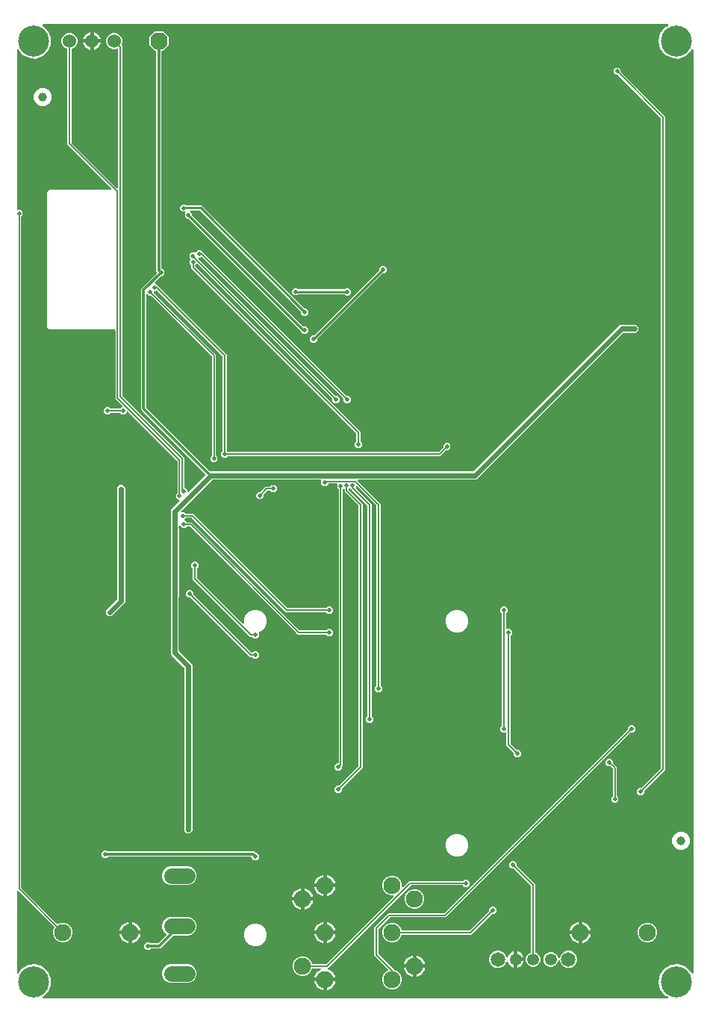
<source format=gbr>
G04 EAGLE Gerber X2 export*
%TF.Part,Single*%
%TF.FileFunction,Copper,L1,Top,Mixed*%
%TF.FilePolarity,Positive*%
%TF.GenerationSoftware,Autodesk,EAGLE,9.1.0*%
%TF.CreationDate,2019-10-14T18:10:00Z*%
G75*
%MOMM*%
%FSLAX34Y34*%
%LPD*%
%AMOC8*
5,1,8,0,0,1.08239X$1,22.5*%
G01*
%ADD10C,1.930400*%
%ADD11C,1.650000*%
%ADD12C,1.350000*%
%ADD13C,1.524000*%
%ADD14C,1.800000*%
%ADD15C,3.516000*%
%ADD16C,1.000000*%
%ADD17P,2.089446X8X202.500000*%
%ADD18C,0.508000*%
%ADD19C,0.152400*%
%ADD20C,0.304800*%
%ADD21C,0.609600*%
%ADD22C,0.254000*%

G36*
X739129Y3813D02*
X739129Y3813D01*
X739148Y3811D01*
X739269Y3833D01*
X739391Y3851D01*
X739409Y3859D01*
X739428Y3862D01*
X739538Y3917D01*
X739650Y3967D01*
X739665Y3979D01*
X739683Y3988D01*
X739774Y4071D01*
X739867Y4150D01*
X739878Y4167D01*
X739893Y4180D01*
X739957Y4285D01*
X740025Y4387D01*
X740031Y4406D01*
X740041Y4422D01*
X740074Y4541D01*
X740111Y4658D01*
X740111Y4678D01*
X740116Y4697D01*
X740115Y4819D01*
X740118Y4942D01*
X740113Y4961D01*
X740113Y4981D01*
X740077Y5099D01*
X740046Y5217D01*
X740036Y5234D01*
X740030Y5253D01*
X739964Y5356D01*
X739901Y5462D01*
X739887Y5475D01*
X739876Y5492D01*
X739819Y5538D01*
X739694Y5656D01*
X739648Y5680D01*
X739617Y5705D01*
X735825Y7895D01*
X730903Y14669D01*
X729162Y22860D01*
X730903Y31051D01*
X735825Y37826D01*
X743077Y42012D01*
X751405Y42888D01*
X759369Y40300D01*
X765592Y34697D01*
X766407Y32867D01*
X766445Y32806D01*
X766475Y32739D01*
X766520Y32686D01*
X766557Y32626D01*
X766612Y32578D01*
X766659Y32522D01*
X766717Y32484D01*
X766769Y32437D01*
X766835Y32405D01*
X766895Y32365D01*
X766962Y32344D01*
X767025Y32313D01*
X767097Y32301D01*
X767166Y32279D01*
X767236Y32277D01*
X767305Y32265D01*
X767378Y32274D01*
X767450Y32272D01*
X767518Y32289D01*
X767588Y32297D01*
X767655Y32325D01*
X767725Y32344D01*
X767786Y32379D01*
X767851Y32406D01*
X767907Y32452D01*
X767970Y32489D01*
X768018Y32540D01*
X768073Y32584D01*
X768115Y32643D01*
X768164Y32696D01*
X768196Y32759D01*
X768237Y32816D01*
X768261Y32884D01*
X768294Y32949D01*
X768304Y33008D01*
X768330Y33084D01*
X768337Y33205D01*
X768349Y33280D01*
X768349Y1079240D01*
X768339Y1079312D01*
X768339Y1079384D01*
X768319Y1079452D01*
X768309Y1079521D01*
X768280Y1079587D01*
X768259Y1079657D01*
X768222Y1079717D01*
X768193Y1079781D01*
X768146Y1079836D01*
X768107Y1079898D01*
X768055Y1079944D01*
X768010Y1079998D01*
X767949Y1080038D01*
X767895Y1080086D01*
X767831Y1080116D01*
X767773Y1080155D01*
X767703Y1080177D01*
X767638Y1080208D01*
X767569Y1080220D01*
X767502Y1080241D01*
X767429Y1080243D01*
X767357Y1080255D01*
X767288Y1080246D01*
X767218Y1080248D01*
X767147Y1080230D01*
X767075Y1080221D01*
X767010Y1080194D01*
X766943Y1080176D01*
X766880Y1080139D01*
X766813Y1080111D01*
X766758Y1080067D01*
X766698Y1080031D01*
X766648Y1079978D01*
X766592Y1079932D01*
X766559Y1079883D01*
X766504Y1079824D01*
X766449Y1079716D01*
X766407Y1079653D01*
X765592Y1077823D01*
X759369Y1072220D01*
X751405Y1069632D01*
X743077Y1070508D01*
X735825Y1074694D01*
X730903Y1081469D01*
X729162Y1089660D01*
X730903Y1097851D01*
X735825Y1104625D01*
X739617Y1106815D01*
X739633Y1106827D01*
X739650Y1106835D01*
X739744Y1106914D01*
X739841Y1106990D01*
X739852Y1107006D01*
X739867Y1107019D01*
X739935Y1107121D01*
X740007Y1107220D01*
X740014Y1107239D01*
X740025Y1107255D01*
X740062Y1107372D01*
X740104Y1107488D01*
X740105Y1107508D01*
X740111Y1107526D01*
X740114Y1107649D01*
X740122Y1107772D01*
X740117Y1107791D01*
X740118Y1107810D01*
X740087Y1107929D01*
X740060Y1108049D01*
X740051Y1108067D01*
X740046Y1108085D01*
X739984Y1108191D01*
X739925Y1108299D01*
X739911Y1108313D01*
X739901Y1108330D01*
X739811Y1108414D01*
X739725Y1108501D01*
X739708Y1108511D01*
X739694Y1108524D01*
X739584Y1108580D01*
X739477Y1108640D01*
X739458Y1108645D01*
X739440Y1108654D01*
X739368Y1108666D01*
X739200Y1108705D01*
X739149Y1108703D01*
X739109Y1108709D01*
X31247Y1108709D01*
X31191Y1108701D01*
X31135Y1108703D01*
X31051Y1108682D01*
X30965Y1108669D01*
X30914Y1108647D01*
X30860Y1108633D01*
X30785Y1108589D01*
X30706Y1108553D01*
X30663Y1108517D01*
X30615Y1108489D01*
X30555Y1108426D01*
X30489Y1108370D01*
X30458Y1108323D01*
X30419Y1108282D01*
X30379Y1108205D01*
X30331Y1108133D01*
X30314Y1108080D01*
X30289Y1108030D01*
X30272Y1107945D01*
X30245Y1107862D01*
X30244Y1107806D01*
X30233Y1107751D01*
X30240Y1107664D01*
X30238Y1107578D01*
X30252Y1107524D01*
X30257Y1107468D01*
X30288Y1107387D01*
X30310Y1107303D01*
X30338Y1107255D01*
X30358Y1107202D01*
X30402Y1107147D01*
X30455Y1107058D01*
X30525Y1106992D01*
X30567Y1106940D01*
X36612Y1101497D01*
X40018Y1093847D01*
X40018Y1085473D01*
X36612Y1077823D01*
X30389Y1072220D01*
X22425Y1069632D01*
X14097Y1070508D01*
X6845Y1074694D01*
X3107Y1079839D01*
X3032Y1079917D01*
X2961Y1080000D01*
X2933Y1080019D01*
X2910Y1080043D01*
X2815Y1080098D01*
X2725Y1080158D01*
X2693Y1080168D01*
X2663Y1080185D01*
X2558Y1080211D01*
X2454Y1080244D01*
X2420Y1080244D01*
X2387Y1080252D01*
X2278Y1080248D01*
X2170Y1080251D01*
X2137Y1080242D01*
X2103Y1080241D01*
X2000Y1080206D01*
X1895Y1080179D01*
X1866Y1080162D01*
X1833Y1080151D01*
X1743Y1080089D01*
X1650Y1080034D01*
X1627Y1080009D01*
X1599Y1079990D01*
X1530Y1079906D01*
X1456Y1079826D01*
X1440Y1079796D01*
X1419Y1079770D01*
X1376Y1079670D01*
X1326Y1079573D01*
X1321Y1079543D01*
X1306Y1079509D01*
X1279Y1079292D01*
X1271Y1079242D01*
X1271Y899160D01*
X1279Y899102D01*
X1277Y899044D01*
X1299Y898962D01*
X1311Y898878D01*
X1334Y898825D01*
X1349Y898769D01*
X1392Y898696D01*
X1427Y898619D01*
X1465Y898574D01*
X1494Y898524D01*
X1556Y898466D01*
X1610Y898402D01*
X1659Y898370D01*
X1702Y898330D01*
X1777Y898291D01*
X1847Y898244D01*
X1903Y898227D01*
X1955Y898200D01*
X2023Y898189D01*
X2118Y898159D01*
X2218Y898156D01*
X2286Y898145D01*
X5494Y898145D01*
X7875Y895764D01*
X7875Y892396D01*
X6394Y890916D01*
X6342Y890846D01*
X6282Y890782D01*
X6256Y890733D01*
X6223Y890688D01*
X6192Y890607D01*
X6152Y890529D01*
X6144Y890481D01*
X6122Y890423D01*
X6111Y890293D01*
X6111Y890292D01*
X6111Y890285D01*
X6110Y890275D01*
X6097Y890198D01*
X6097Y129638D01*
X6104Y129590D01*
X6103Y129585D01*
X6105Y129579D01*
X6109Y129551D01*
X6112Y129464D01*
X6129Y129411D01*
X6137Y129356D01*
X6172Y129276D01*
X6199Y129193D01*
X6227Y129154D01*
X6253Y129097D01*
X6349Y128984D01*
X6394Y128920D01*
X46593Y88721D01*
X46594Y88720D01*
X46595Y88719D01*
X46711Y88632D01*
X46820Y88550D01*
X46821Y88550D01*
X46823Y88549D01*
X46955Y88499D01*
X47086Y88449D01*
X47087Y88449D01*
X47089Y88448D01*
X47233Y88437D01*
X47369Y88425D01*
X47370Y88426D01*
X47372Y88426D01*
X47388Y88429D01*
X47648Y88481D01*
X47675Y88495D01*
X47699Y88501D01*
X51117Y89917D01*
X55563Y89917D01*
X59671Y88215D01*
X62815Y85071D01*
X64517Y80963D01*
X64517Y76517D01*
X62815Y72409D01*
X59671Y69265D01*
X55563Y67563D01*
X51117Y67563D01*
X47009Y69265D01*
X43865Y72409D01*
X42163Y76517D01*
X42163Y80963D01*
X43579Y84381D01*
X43579Y84382D01*
X43580Y84384D01*
X43613Y84512D01*
X43650Y84656D01*
X43650Y84658D01*
X43650Y84659D01*
X43646Y84800D01*
X43642Y84940D01*
X43641Y84942D01*
X43641Y84943D01*
X43598Y85076D01*
X43555Y85211D01*
X43554Y85212D01*
X43554Y85214D01*
X43545Y85226D01*
X43397Y85447D01*
X43373Y85467D01*
X43359Y85487D01*
X3004Y125842D01*
X2980Y125860D01*
X2961Y125882D01*
X2867Y125945D01*
X2777Y126013D01*
X2749Y126024D01*
X2725Y126040D01*
X2617Y126074D01*
X2511Y126114D01*
X2482Y126117D01*
X2454Y126126D01*
X2340Y126129D01*
X2228Y126138D01*
X2199Y126132D01*
X2170Y126133D01*
X2060Y126104D01*
X1949Y126082D01*
X1923Y126068D01*
X1895Y126061D01*
X1797Y126003D01*
X1697Y125951D01*
X1675Y125931D01*
X1650Y125916D01*
X1573Y125833D01*
X1491Y125755D01*
X1476Y125730D01*
X1456Y125709D01*
X1404Y125608D01*
X1347Y125510D01*
X1340Y125482D01*
X1326Y125455D01*
X1313Y125378D01*
X1277Y125234D01*
X1279Y125172D01*
X1271Y125124D01*
X1271Y33278D01*
X1286Y33170D01*
X1294Y33062D01*
X1306Y33030D01*
X1311Y32996D01*
X1355Y32897D01*
X1393Y32795D01*
X1413Y32768D01*
X1427Y32737D01*
X1497Y32654D01*
X1562Y32566D01*
X1589Y32546D01*
X1610Y32520D01*
X1701Y32460D01*
X1787Y32393D01*
X1819Y32381D01*
X1847Y32362D01*
X1951Y32329D01*
X2052Y32290D01*
X2086Y32287D01*
X2118Y32276D01*
X2227Y32274D01*
X2335Y32264D01*
X2368Y32270D01*
X2402Y32269D01*
X2507Y32297D01*
X2614Y32317D01*
X2645Y32332D01*
X2677Y32341D01*
X2771Y32396D01*
X2868Y32446D01*
X2889Y32467D01*
X2922Y32486D01*
X3072Y32646D01*
X3107Y32681D01*
X6845Y37826D01*
X14097Y42012D01*
X22425Y42888D01*
X30389Y40300D01*
X36612Y34697D01*
X40018Y27047D01*
X40018Y18673D01*
X36612Y11023D01*
X30567Y5580D01*
X30531Y5538D01*
X30489Y5501D01*
X30441Y5429D01*
X30385Y5363D01*
X30362Y5311D01*
X30331Y5265D01*
X30305Y5182D01*
X30270Y5103D01*
X30262Y5047D01*
X30245Y4994D01*
X30243Y4907D01*
X30231Y4821D01*
X30240Y4765D01*
X30238Y4710D01*
X30260Y4626D01*
X30273Y4540D01*
X30296Y4489D01*
X30310Y4435D01*
X30354Y4360D01*
X30390Y4281D01*
X30427Y4238D01*
X30455Y4190D01*
X30519Y4131D01*
X30575Y4065D01*
X30622Y4034D01*
X30662Y3996D01*
X30740Y3956D01*
X30812Y3908D01*
X30866Y3892D01*
X30916Y3866D01*
X30985Y3855D01*
X31084Y3824D01*
X31180Y3822D01*
X31247Y3811D01*
X739109Y3811D01*
X739129Y3813D01*
G37*
%LPC*%
G36*
X193686Y191007D02*
X193686Y191007D01*
X191007Y193686D01*
X191007Y378685D01*
X190995Y378772D01*
X190992Y378859D01*
X190975Y378912D01*
X190967Y378967D01*
X190932Y379047D01*
X190905Y379130D01*
X190877Y379169D01*
X190851Y379226D01*
X190755Y379340D01*
X190710Y379403D01*
X178692Y391421D01*
X178688Y391424D01*
X177091Y393022D01*
X175716Y394397D01*
X175717Y396264D01*
X175716Y396264D01*
X175717Y396265D01*
X175717Y398601D01*
X175717Y398606D01*
X175752Y515849D01*
X175751Y515861D01*
X175753Y518159D01*
X175753Y518160D01*
X175754Y520467D01*
X175755Y520477D01*
X175767Y532110D01*
X175767Y532115D01*
X175767Y532119D01*
X175593Y553742D01*
X175580Y553825D01*
X175578Y553909D01*
X175574Y553919D01*
X175574Y556046D01*
X175574Y556050D01*
X175574Y556054D01*
X175559Y557946D01*
X176899Y559286D01*
X176902Y559289D01*
X176905Y559291D01*
X178422Y560834D01*
X178468Y560873D01*
X178532Y560918D01*
X185347Y567734D01*
X185365Y567758D01*
X185387Y567777D01*
X185450Y567871D01*
X185518Y567961D01*
X185529Y567989D01*
X185545Y568013D01*
X185579Y568121D01*
X185619Y568227D01*
X185622Y568256D01*
X185631Y568284D01*
X185634Y568398D01*
X185643Y568510D01*
X185637Y568539D01*
X185638Y568568D01*
X185609Y568678D01*
X185587Y568789D01*
X185574Y568815D01*
X185566Y568843D01*
X185508Y568941D01*
X185456Y569041D01*
X185436Y569063D01*
X185421Y569088D01*
X185338Y569165D01*
X185260Y569247D01*
X185235Y569262D01*
X185214Y569282D01*
X185113Y569334D01*
X185015Y569391D01*
X184987Y569398D01*
X184960Y569412D01*
X184883Y569425D01*
X184740Y569461D01*
X184677Y569459D01*
X184629Y569467D01*
X183990Y569467D01*
X181609Y571848D01*
X181609Y575216D01*
X183090Y576696D01*
X183142Y576766D01*
X183202Y576830D01*
X183228Y576879D01*
X183261Y576924D01*
X183283Y576981D01*
X183288Y576988D01*
X183295Y577010D01*
X183332Y577083D01*
X183340Y577131D01*
X183362Y577189D01*
X183366Y577236D01*
X183373Y577259D01*
X183375Y577344D01*
X183387Y577414D01*
X183387Y613058D01*
X183375Y613145D01*
X183372Y613232D01*
X183355Y613285D01*
X183347Y613340D01*
X183312Y613420D01*
X183285Y613503D01*
X183257Y613542D01*
X183231Y613599D01*
X183135Y613712D01*
X183090Y613776D01*
X127705Y669161D01*
X127658Y669196D01*
X127618Y669239D01*
X127545Y669281D01*
X127478Y669332D01*
X127423Y669353D01*
X127373Y669382D01*
X127291Y669403D01*
X127212Y669433D01*
X127154Y669438D01*
X127097Y669452D01*
X127013Y669450D01*
X126929Y669457D01*
X126872Y669445D01*
X126813Y669443D01*
X126733Y669417D01*
X126650Y669401D01*
X126598Y669374D01*
X126543Y669356D01*
X126486Y669316D01*
X126398Y669270D01*
X126326Y669201D01*
X126269Y669161D01*
X123604Y666495D01*
X120236Y666495D01*
X118756Y667976D01*
X118686Y668028D01*
X118622Y668088D01*
X118573Y668114D01*
X118528Y668147D01*
X118447Y668178D01*
X118369Y668218D01*
X118321Y668226D01*
X118263Y668248D01*
X118115Y668260D01*
X118038Y668273D01*
X107768Y668273D01*
X107682Y668261D01*
X107594Y668258D01*
X107542Y668241D01*
X107487Y668233D01*
X107407Y668198D01*
X107324Y668171D01*
X107284Y668143D01*
X107227Y668117D01*
X107114Y668021D01*
X107050Y667976D01*
X105570Y666495D01*
X102202Y666495D01*
X99821Y668876D01*
X99821Y672244D01*
X102202Y674625D01*
X105570Y674625D01*
X107050Y673144D01*
X107120Y673092D01*
X107184Y673032D01*
X107233Y673006D01*
X107278Y672973D01*
X107359Y672942D01*
X107437Y672902D01*
X107485Y672894D01*
X107543Y672872D01*
X107691Y672860D01*
X107768Y672847D01*
X118038Y672847D01*
X118124Y672859D01*
X118212Y672862D01*
X118264Y672879D01*
X118319Y672887D01*
X118399Y672922D01*
X118482Y672949D01*
X118522Y672977D01*
X118579Y673003D01*
X118692Y673099D01*
X118756Y673144D01*
X120521Y674909D01*
X120556Y674956D01*
X120599Y674996D01*
X120641Y675069D01*
X120692Y675137D01*
X120713Y675191D01*
X120742Y675242D01*
X120763Y675323D01*
X120793Y675402D01*
X120798Y675461D01*
X120812Y675517D01*
X120810Y675601D01*
X120817Y675685D01*
X120805Y675743D01*
X120803Y675801D01*
X120777Y675882D01*
X120761Y675964D01*
X120734Y676016D01*
X120716Y676072D01*
X120676Y676128D01*
X120630Y676217D01*
X120561Y676289D01*
X120521Y676345D01*
X112920Y683946D01*
X112920Y761339D01*
X112912Y761397D01*
X112914Y761455D01*
X112892Y761537D01*
X112880Y761621D01*
X112857Y761674D01*
X112842Y761730D01*
X112799Y761803D01*
X112764Y761880D01*
X112726Y761925D01*
X112697Y761975D01*
X112635Y762033D01*
X112581Y762097D01*
X112532Y762129D01*
X112489Y762169D01*
X112414Y762208D01*
X112344Y762255D01*
X112288Y762272D01*
X112236Y762299D01*
X112168Y762310D01*
X112073Y762340D01*
X111973Y762343D01*
X111905Y762354D01*
X38158Y762354D01*
X35554Y764958D01*
X35554Y918642D01*
X38158Y921246D01*
X107233Y921246D01*
X107262Y921250D01*
X107291Y921247D01*
X107402Y921270D01*
X107515Y921286D01*
X107541Y921298D01*
X107570Y921303D01*
X107671Y921355D01*
X107774Y921402D01*
X107796Y921421D01*
X107822Y921434D01*
X107905Y921512D01*
X107991Y921585D01*
X108007Y921610D01*
X108029Y921630D01*
X108086Y921728D01*
X108149Y921822D01*
X108158Y921850D01*
X108172Y921875D01*
X108200Y921985D01*
X108234Y922093D01*
X108235Y922123D01*
X108242Y922151D01*
X108239Y922264D01*
X108242Y922377D01*
X108234Y922406D01*
X108233Y922435D01*
X108198Y922543D01*
X108170Y922652D01*
X108155Y922678D01*
X108146Y922706D01*
X108100Y922769D01*
X108025Y922897D01*
X107979Y922940D01*
X107951Y922979D01*
X58673Y972257D01*
X58673Y1080031D01*
X58673Y1080032D01*
X58673Y1080034D01*
X58666Y1080082D01*
X58667Y1080092D01*
X58663Y1080107D01*
X58653Y1080174D01*
X58633Y1080312D01*
X58633Y1080314D01*
X58633Y1080315D01*
X58577Y1080438D01*
X58517Y1080572D01*
X58516Y1080573D01*
X58515Y1080574D01*
X58424Y1080681D01*
X58334Y1080789D01*
X58332Y1080789D01*
X58331Y1080791D01*
X58318Y1080799D01*
X58097Y1080946D01*
X58068Y1080955D01*
X58047Y1080969D01*
X55780Y1081907D01*
X53207Y1084480D01*
X51815Y1087841D01*
X51815Y1091479D01*
X53207Y1094840D01*
X55780Y1097413D01*
X59141Y1098805D01*
X62779Y1098805D01*
X66140Y1097413D01*
X68713Y1094840D01*
X70105Y1091479D01*
X70105Y1087841D01*
X68713Y1084480D01*
X66140Y1081907D01*
X63873Y1080969D01*
X63872Y1080968D01*
X63871Y1080967D01*
X63750Y1080896D01*
X63629Y1080824D01*
X63628Y1080823D01*
X63626Y1080822D01*
X63529Y1080718D01*
X63433Y1080617D01*
X63433Y1080616D01*
X63432Y1080615D01*
X63367Y1080489D01*
X63303Y1080365D01*
X63303Y1080363D01*
X63302Y1080362D01*
X63300Y1080347D01*
X63248Y1080086D01*
X63251Y1080055D01*
X63247Y1080031D01*
X63247Y974572D01*
X63259Y974485D01*
X63262Y974398D01*
X63279Y974345D01*
X63287Y974290D01*
X63322Y974210D01*
X63349Y974127D01*
X63377Y974088D01*
X63403Y974031D01*
X63499Y973917D01*
X63544Y973854D01*
X114235Y923163D01*
X114259Y923145D01*
X114278Y923123D01*
X114372Y923060D01*
X114462Y922992D01*
X114490Y922981D01*
X114514Y922965D01*
X114622Y922931D01*
X114728Y922890D01*
X114757Y922888D01*
X114785Y922879D01*
X114899Y922876D01*
X115011Y922867D01*
X115040Y922873D01*
X115069Y922872D01*
X115179Y922901D01*
X115290Y922923D01*
X115316Y922936D01*
X115344Y922944D01*
X115442Y923002D01*
X115542Y923054D01*
X115564Y923074D01*
X115589Y923089D01*
X115666Y923172D01*
X115748Y923250D01*
X115763Y923275D01*
X115783Y923296D01*
X115835Y923397D01*
X115892Y923495D01*
X115899Y923523D01*
X115913Y923549D01*
X115926Y923627D01*
X115962Y923770D01*
X115960Y923833D01*
X115968Y923880D01*
X115968Y1079986D01*
X115960Y1080042D01*
X115962Y1080092D01*
X115948Y1080142D01*
X115942Y1080214D01*
X115932Y1080240D01*
X115928Y1080267D01*
X115898Y1080334D01*
X115890Y1080367D01*
X115871Y1080398D01*
X115840Y1080479D01*
X115824Y1080501D01*
X115812Y1080526D01*
X115755Y1080594D01*
X115745Y1080612D01*
X115729Y1080626D01*
X115669Y1080706D01*
X115646Y1080722D01*
X115629Y1080743D01*
X115544Y1080800D01*
X115537Y1080806D01*
X115528Y1080811D01*
X115441Y1080876D01*
X115415Y1080886D01*
X115392Y1080901D01*
X115286Y1080935D01*
X115284Y1080935D01*
X115282Y1080936D01*
X115175Y1080976D01*
X115147Y1080978D01*
X115121Y1080987D01*
X115006Y1080990D01*
X114892Y1080999D01*
X114867Y1080993D01*
X114837Y1080994D01*
X114701Y1080959D01*
X114648Y1080951D01*
X114614Y1080936D01*
X114580Y1080927D01*
X114564Y1080923D01*
X113579Y1080515D01*
X109941Y1080515D01*
X106580Y1081907D01*
X104007Y1084480D01*
X102615Y1087841D01*
X102615Y1091479D01*
X104007Y1094840D01*
X106580Y1097413D01*
X109941Y1098805D01*
X113579Y1098805D01*
X116940Y1097413D01*
X119513Y1094840D01*
X120905Y1091479D01*
X120905Y1087841D01*
X119966Y1085574D01*
X119965Y1085573D01*
X119965Y1085571D01*
X119929Y1085431D01*
X119895Y1085299D01*
X119895Y1085297D01*
X119895Y1085296D01*
X119899Y1085155D01*
X119903Y1085015D01*
X119904Y1085013D01*
X119904Y1085012D01*
X119947Y1084876D01*
X119990Y1084744D01*
X119991Y1084743D01*
X119991Y1084741D01*
X120000Y1084729D01*
X120148Y1084508D01*
X120171Y1084488D01*
X120186Y1084468D01*
X120542Y1084112D01*
X120542Y688293D01*
X120554Y688206D01*
X120557Y688119D01*
X120574Y688066D01*
X120582Y688011D01*
X120617Y687931D01*
X120644Y687848D01*
X120672Y687809D01*
X120698Y687752D01*
X120794Y687639D01*
X120839Y687575D01*
X191314Y617100D01*
X191314Y584200D01*
X191322Y584142D01*
X191320Y584084D01*
X191342Y584002D01*
X191354Y583918D01*
X191378Y583865D01*
X191392Y583809D01*
X191435Y583736D01*
X191470Y583659D01*
X191508Y583614D01*
X191538Y583564D01*
X191599Y583506D01*
X191654Y583442D01*
X191702Y583410D01*
X191745Y583370D01*
X191820Y583331D01*
X191890Y583284D01*
X191946Y583267D01*
X191998Y583240D01*
X192066Y583229D01*
X192161Y583199D01*
X192170Y583198D01*
X194565Y580804D01*
X194565Y579403D01*
X194569Y579373D01*
X194566Y579344D01*
X194589Y579233D01*
X194605Y579121D01*
X194617Y579094D01*
X194622Y579066D01*
X194674Y578965D01*
X194721Y578862D01*
X194740Y578839D01*
X194753Y578813D01*
X194831Y578731D01*
X194904Y578645D01*
X194929Y578628D01*
X194949Y578607D01*
X195047Y578550D01*
X195141Y578487D01*
X195169Y578478D01*
X195194Y578463D01*
X195304Y578436D01*
X195412Y578401D01*
X195442Y578401D01*
X195470Y578393D01*
X195583Y578397D01*
X195696Y578394D01*
X195725Y578401D01*
X195754Y578402D01*
X195862Y578437D01*
X195971Y578466D01*
X195997Y578481D01*
X196025Y578490D01*
X196088Y578535D01*
X196216Y578611D01*
X196259Y578657D01*
X196298Y578685D01*
X214873Y597260D01*
X214908Y597306D01*
X214950Y597347D01*
X214993Y597420D01*
X215044Y597487D01*
X215065Y597542D01*
X215094Y597592D01*
X215115Y597674D01*
X215145Y597753D01*
X215150Y597811D01*
X215164Y597868D01*
X215162Y597952D01*
X215169Y598036D01*
X215157Y598093D01*
X215155Y598152D01*
X215129Y598232D01*
X215113Y598315D01*
X215086Y598367D01*
X215068Y598422D01*
X215028Y598478D01*
X214982Y598567D01*
X214913Y598639D01*
X214873Y598696D01*
X143815Y669754D01*
X143814Y669754D01*
X141731Y671837D01*
X141731Y808475D01*
X143814Y810558D01*
X143815Y810558D01*
X159563Y826306D01*
X159598Y826353D01*
X159640Y826393D01*
X159683Y826466D01*
X159733Y826533D01*
X159754Y826588D01*
X159784Y826638D01*
X159805Y826720D01*
X159835Y826799D01*
X159840Y826857D01*
X159854Y826914D01*
X159851Y826998D01*
X159858Y827082D01*
X159847Y827140D01*
X159845Y827198D01*
X159819Y827278D01*
X159802Y827361D01*
X159775Y827413D01*
X159757Y827469D01*
X159717Y827525D01*
X159671Y827613D01*
X159603Y827686D01*
X159563Y827742D01*
X159003Y828301D01*
X159003Y1077468D01*
X158995Y1077526D01*
X158997Y1077584D01*
X158975Y1077666D01*
X158963Y1077750D01*
X158940Y1077803D01*
X158925Y1077859D01*
X158882Y1077932D01*
X158847Y1078009D01*
X158809Y1078054D01*
X158780Y1078104D01*
X158718Y1078162D01*
X158664Y1078226D01*
X158615Y1078258D01*
X158572Y1078298D01*
X158497Y1078337D01*
X158427Y1078384D01*
X158371Y1078401D01*
X158319Y1078428D01*
X158251Y1078439D01*
X158156Y1078469D01*
X158056Y1078472D01*
X157988Y1078483D01*
X157930Y1078483D01*
X151383Y1085030D01*
X151383Y1094290D01*
X157930Y1100837D01*
X167190Y1100837D01*
X173737Y1094290D01*
X173737Y1085030D01*
X167190Y1078483D01*
X166116Y1078483D01*
X166058Y1078475D01*
X166000Y1078477D01*
X165918Y1078455D01*
X165834Y1078443D01*
X165781Y1078420D01*
X165725Y1078405D01*
X165652Y1078362D01*
X165575Y1078327D01*
X165530Y1078289D01*
X165480Y1078260D01*
X165422Y1078198D01*
X165358Y1078144D01*
X165326Y1078095D01*
X165286Y1078052D01*
X165247Y1077977D01*
X165200Y1077907D01*
X165183Y1077851D01*
X165156Y1077799D01*
X165145Y1077731D01*
X165115Y1077636D01*
X165112Y1077536D01*
X165101Y1077468D01*
X165101Y832104D01*
X165109Y832046D01*
X165107Y831988D01*
X165129Y831906D01*
X165141Y831822D01*
X165164Y831769D01*
X165179Y831713D01*
X165222Y831640D01*
X165257Y831563D01*
X165295Y831518D01*
X165324Y831468D01*
X165386Y831410D01*
X165440Y831346D01*
X165489Y831314D01*
X165532Y831274D01*
X165607Y831235D01*
X165677Y831188D01*
X165733Y831171D01*
X165785Y831144D01*
X165853Y831133D01*
X165948Y831103D01*
X166048Y831100D01*
X166116Y831089D01*
X166276Y831089D01*
X168657Y828708D01*
X168657Y825340D01*
X166276Y822959D01*
X165259Y822959D01*
X165173Y822947D01*
X165085Y822944D01*
X165033Y822927D01*
X164978Y822919D01*
X164898Y822884D01*
X164815Y822857D01*
X164776Y822829D01*
X164718Y822803D01*
X164605Y822707D01*
X164541Y822662D01*
X157937Y816058D01*
X157920Y816034D01*
X157897Y816015D01*
X157835Y815921D01*
X157767Y815831D01*
X157756Y815803D01*
X157740Y815779D01*
X157706Y815671D01*
X157665Y815565D01*
X157663Y815536D01*
X157654Y815508D01*
X157651Y815394D01*
X157642Y815282D01*
X157647Y815253D01*
X157647Y815224D01*
X157675Y815114D01*
X157698Y815003D01*
X157711Y814977D01*
X157719Y814949D01*
X157776Y814851D01*
X157829Y814751D01*
X157849Y814729D01*
X157864Y814704D01*
X157946Y814627D01*
X158024Y814545D01*
X158050Y814530D01*
X158071Y814510D01*
X158172Y814458D01*
X158270Y814401D01*
X158298Y814394D01*
X158324Y814380D01*
X158402Y814367D01*
X158545Y814331D01*
X158608Y814333D01*
X158655Y814325D01*
X159164Y814325D01*
X160644Y812844D01*
X160714Y812792D01*
X160778Y812732D01*
X160787Y812727D01*
X239379Y734135D01*
X239379Y625310D01*
X239391Y625223D01*
X239394Y625136D01*
X239411Y625083D01*
X239419Y625028D01*
X239455Y624948D01*
X239482Y624865D01*
X239510Y624826D01*
X239535Y624769D01*
X239631Y624656D01*
X239677Y624592D01*
X240257Y624012D01*
X240327Y623959D01*
X240391Y623899D01*
X240440Y623874D01*
X240484Y623841D01*
X240566Y623810D01*
X240644Y623770D01*
X240691Y623762D01*
X240750Y623739D01*
X240897Y623727D01*
X240975Y623714D01*
X479090Y623714D01*
X479176Y623726D01*
X479264Y623729D01*
X479316Y623746D01*
X479371Y623754D01*
X479451Y623790D01*
X479534Y623817D01*
X479574Y623845D01*
X479631Y623870D01*
X479744Y623966D01*
X479808Y624012D01*
X484588Y628792D01*
X484640Y628862D01*
X484700Y628926D01*
X484726Y628975D01*
X484759Y629019D01*
X484790Y629101D01*
X484830Y629179D01*
X484838Y629226D01*
X484860Y629285D01*
X484872Y629432D01*
X484885Y629510D01*
X484885Y631604D01*
X487266Y633985D01*
X490634Y633985D01*
X493015Y631604D01*
X493015Y628236D01*
X490634Y625855D01*
X488540Y625855D01*
X488453Y625843D01*
X488366Y625840D01*
X488313Y625823D01*
X488258Y625815D01*
X488178Y625780D01*
X488095Y625753D01*
X488056Y625725D01*
X487999Y625699D01*
X487886Y625603D01*
X487822Y625558D01*
X481405Y619141D01*
X240975Y619141D01*
X240888Y619129D01*
X240801Y619126D01*
X240748Y619109D01*
X240693Y619101D01*
X240613Y619065D01*
X240530Y619038D01*
X240491Y619010D01*
X240434Y618985D01*
X240321Y618889D01*
X240257Y618843D01*
X238776Y617363D01*
X235409Y617363D01*
X233028Y619744D01*
X233028Y623111D01*
X234508Y624592D01*
X234561Y624662D01*
X234621Y624726D01*
X234646Y624775D01*
X234679Y624819D01*
X234710Y624901D01*
X234750Y624979D01*
X234758Y625026D01*
X234781Y625085D01*
X234793Y625232D01*
X234806Y625310D01*
X234806Y731820D01*
X234794Y731906D01*
X234791Y731994D01*
X234774Y732046D01*
X234766Y732101D01*
X234730Y732181D01*
X234703Y732264D01*
X234675Y732304D01*
X234650Y732361D01*
X234554Y732474D01*
X234508Y732538D01*
X160725Y806321D01*
X160679Y806356D01*
X160638Y806399D01*
X160565Y806441D01*
X160498Y806492D01*
X160443Y806513D01*
X160393Y806542D01*
X160311Y806563D01*
X160232Y806593D01*
X160174Y806598D01*
X160117Y806612D01*
X160033Y806610D01*
X159949Y806617D01*
X159892Y806605D01*
X159833Y806603D01*
X159753Y806577D01*
X159670Y806561D01*
X159618Y806534D01*
X159563Y806516D01*
X159506Y806476D01*
X159418Y806430D01*
X159346Y806361D01*
X159289Y806321D01*
X159164Y806195D01*
X157480Y806195D01*
X157422Y806187D01*
X157364Y806189D01*
X157282Y806167D01*
X157198Y806155D01*
X157145Y806132D01*
X157089Y806117D01*
X157016Y806074D01*
X156939Y806039D01*
X156894Y806001D01*
X156844Y805972D01*
X156786Y805910D01*
X156722Y805856D01*
X156690Y805807D01*
X156650Y805764D01*
X156611Y805689D01*
X156564Y805619D01*
X156547Y805563D01*
X156520Y805511D01*
X156509Y805443D01*
X156479Y805348D01*
X156476Y805248D01*
X156465Y805180D01*
X156465Y804770D01*
X156477Y804683D01*
X156480Y804596D01*
X156497Y804543D01*
X156505Y804488D01*
X156540Y804408D01*
X156567Y804325D01*
X156595Y804286D01*
X156621Y804229D01*
X156717Y804116D01*
X156762Y804052D01*
X227077Y733737D01*
X227077Y619832D01*
X227089Y619746D01*
X227092Y619658D01*
X227109Y619606D01*
X227117Y619551D01*
X227152Y619471D01*
X227179Y619388D01*
X227207Y619348D01*
X227233Y619291D01*
X227329Y619178D01*
X227374Y619114D01*
X228855Y617634D01*
X228855Y614266D01*
X226474Y611885D01*
X223106Y611885D01*
X220725Y614266D01*
X220725Y617634D01*
X222206Y619114D01*
X222258Y619184D01*
X222318Y619248D01*
X222344Y619297D01*
X222377Y619342D01*
X222408Y619423D01*
X222448Y619501D01*
X222456Y619549D01*
X222478Y619607D01*
X222490Y619755D01*
X222503Y619832D01*
X222503Y731422D01*
X222491Y731509D01*
X222488Y731596D01*
X222471Y731649D01*
X222463Y731704D01*
X222428Y731784D01*
X222401Y731867D01*
X222373Y731906D01*
X222347Y731963D01*
X222251Y732076D01*
X222206Y732140D01*
X153528Y800818D01*
X153458Y800870D01*
X153394Y800930D01*
X153345Y800956D01*
X153301Y800989D01*
X153219Y801020D01*
X153141Y801060D01*
X153094Y801068D01*
X153035Y801090D01*
X152888Y801102D01*
X152810Y801115D01*
X150716Y801115D01*
X149562Y802270D01*
X149538Y802287D01*
X149519Y802310D01*
X149425Y802373D01*
X149335Y802441D01*
X149307Y802451D01*
X149283Y802467D01*
X149175Y802502D01*
X149069Y802542D01*
X149040Y802544D01*
X149012Y802553D01*
X148898Y802556D01*
X148786Y802565D01*
X148757Y802560D01*
X148728Y802560D01*
X148618Y802532D01*
X148507Y802510D01*
X148481Y802496D01*
X148453Y802489D01*
X148355Y802431D01*
X148255Y802379D01*
X148233Y802358D01*
X148208Y802343D01*
X148131Y802261D01*
X148049Y802183D01*
X148034Y802157D01*
X148014Y802136D01*
X147962Y802035D01*
X147905Y801937D01*
X147898Y801909D01*
X147884Y801883D01*
X147871Y801806D01*
X147835Y801662D01*
X147837Y801599D01*
X147829Y801552D01*
X147829Y674783D01*
X147841Y674697D01*
X147844Y674609D01*
X147861Y674557D01*
X147869Y674502D01*
X147904Y674422D01*
X147931Y674339D01*
X147959Y674300D01*
X147985Y674242D01*
X148081Y674129D01*
X148126Y674065D01*
X220421Y601770D01*
X220491Y601718D01*
X220555Y601658D01*
X220605Y601632D01*
X220649Y601599D01*
X220730Y601568D01*
X220808Y601528D01*
X220856Y601520D01*
X220914Y601498D01*
X221062Y601486D01*
X221139Y601473D01*
X518385Y601473D01*
X518472Y601485D01*
X518559Y601488D01*
X518612Y601505D01*
X518667Y601513D01*
X518747Y601548D01*
X518830Y601575D01*
X518869Y601603D01*
X518926Y601629D01*
X519040Y601725D01*
X519103Y601770D01*
X685326Y767993D01*
X703696Y767993D01*
X706375Y765314D01*
X706375Y761526D01*
X703696Y758847D01*
X689535Y758847D01*
X689448Y758835D01*
X689361Y758832D01*
X689308Y758815D01*
X689253Y758807D01*
X689173Y758772D01*
X689090Y758745D01*
X689051Y758717D01*
X688994Y758691D01*
X688880Y758595D01*
X688817Y758550D01*
X522594Y592327D01*
X388718Y592327D01*
X388689Y592323D01*
X388659Y592326D01*
X388548Y592303D01*
X388436Y592287D01*
X388409Y592275D01*
X388381Y592270D01*
X388280Y592218D01*
X388177Y592171D01*
X388154Y592152D01*
X388128Y592139D01*
X388046Y592061D01*
X387960Y591988D01*
X387943Y591963D01*
X387922Y591943D01*
X387865Y591845D01*
X387802Y591751D01*
X387793Y591723D01*
X387779Y591698D01*
X387751Y591588D01*
X387716Y591480D01*
X387716Y591450D01*
X387708Y591422D01*
X387712Y591309D01*
X387709Y591196D01*
X387717Y591167D01*
X387717Y591138D01*
X387752Y591030D01*
X387781Y590921D01*
X387796Y590895D01*
X387805Y590867D01*
X387850Y590804D01*
X387926Y590676D01*
X387972Y590633D01*
X388000Y590594D01*
X413767Y564827D01*
X413767Y359482D01*
X413779Y359396D01*
X413782Y359308D01*
X413799Y359256D01*
X413807Y359201D01*
X413842Y359121D01*
X413869Y359038D01*
X413897Y358998D01*
X413923Y358941D01*
X414019Y358828D01*
X414064Y358764D01*
X415545Y357284D01*
X415545Y353916D01*
X413164Y351535D01*
X409796Y351535D01*
X407415Y353916D01*
X407415Y357284D01*
X408896Y358764D01*
X408948Y358834D01*
X409008Y358898D01*
X409034Y358947D01*
X409067Y358992D01*
X409098Y359073D01*
X409138Y359151D01*
X409146Y359199D01*
X409168Y359257D01*
X409180Y359405D01*
X409193Y359482D01*
X409193Y562512D01*
X409181Y562599D01*
X409178Y562686D01*
X409161Y562739D01*
X409153Y562794D01*
X409118Y562874D01*
X409091Y562957D01*
X409063Y562996D01*
X409037Y563053D01*
X408941Y563166D01*
X408896Y563230D01*
X387560Y584566D01*
X387536Y584584D01*
X387517Y584606D01*
X387423Y584669D01*
X387333Y584737D01*
X387305Y584748D01*
X387281Y584764D01*
X387173Y584798D01*
X387067Y584838D01*
X387038Y584841D01*
X387010Y584850D01*
X386896Y584853D01*
X386784Y584862D01*
X386755Y584856D01*
X386726Y584857D01*
X386616Y584828D01*
X386505Y584806D01*
X386479Y584792D01*
X386451Y584785D01*
X386353Y584727D01*
X386253Y584675D01*
X386231Y584655D01*
X386206Y584640D01*
X386129Y584557D01*
X386047Y584479D01*
X386032Y584454D01*
X386012Y584433D01*
X385960Y584332D01*
X385903Y584234D01*
X385896Y584206D01*
X385882Y584179D01*
X385869Y584102D01*
X385833Y583958D01*
X385835Y583896D01*
X385827Y583848D01*
X385827Y583637D01*
X385808Y583588D01*
X385778Y583538D01*
X385758Y583456D01*
X385728Y583377D01*
X385723Y583319D01*
X385708Y583262D01*
X385711Y583178D01*
X385704Y583094D01*
X385715Y583037D01*
X385717Y582978D01*
X385743Y582898D01*
X385760Y582815D01*
X385787Y582763D01*
X385805Y582708D01*
X385845Y582651D01*
X385891Y582563D01*
X385960Y582490D01*
X386000Y582434D01*
X401970Y566464D01*
X403607Y564827D01*
X403607Y324303D01*
X403619Y324217D01*
X403622Y324129D01*
X403639Y324077D01*
X403647Y324022D01*
X403682Y323942D01*
X403709Y323859D01*
X403737Y323819D01*
X403763Y323762D01*
X403859Y323649D01*
X403904Y323585D01*
X405385Y322105D01*
X405385Y318737D01*
X403004Y316356D01*
X399636Y316356D01*
X397255Y318737D01*
X397255Y322105D01*
X398736Y323585D01*
X398788Y323655D01*
X398848Y323719D01*
X398874Y323768D01*
X398907Y323813D01*
X398938Y323894D01*
X398978Y323972D01*
X398986Y324020D01*
X399008Y324078D01*
X399020Y324226D01*
X399033Y324303D01*
X399033Y562512D01*
X399021Y562599D01*
X399018Y562686D01*
X399001Y562739D01*
X398993Y562794D01*
X398958Y562874D01*
X398931Y562957D01*
X398903Y562996D01*
X398877Y563053D01*
X398781Y563166D01*
X398736Y563230D01*
X380947Y581019D01*
X380878Y581071D01*
X380814Y581131D01*
X380764Y581156D01*
X380720Y581190D01*
X380639Y581221D01*
X380561Y581261D01*
X380513Y581268D01*
X380455Y581291D01*
X380307Y581303D01*
X380230Y581316D01*
X380078Y581316D01*
X379178Y582216D01*
X379154Y582234D01*
X379135Y582256D01*
X379084Y582290D01*
X379055Y582318D01*
X379016Y582338D01*
X378951Y582387D01*
X378923Y582398D01*
X378899Y582414D01*
X378816Y582440D01*
X378802Y582448D01*
X378785Y582451D01*
X378685Y582489D01*
X378656Y582491D01*
X378628Y582500D01*
X378514Y582503D01*
X378402Y582512D01*
X378373Y582506D01*
X378344Y582507D01*
X378234Y582479D01*
X378123Y582456D01*
X378097Y582443D01*
X378069Y582435D01*
X377971Y582377D01*
X377871Y582325D01*
X377849Y582305D01*
X377824Y582290D01*
X377747Y582207D01*
X377665Y582129D01*
X377650Y582104D01*
X377630Y582083D01*
X377578Y581982D01*
X377555Y581943D01*
X377544Y581927D01*
X377543Y581922D01*
X377521Y581884D01*
X377514Y581856D01*
X377500Y581830D01*
X377487Y581752D01*
X377479Y581721D01*
X377459Y581656D01*
X377458Y581638D01*
X377451Y581609D01*
X377453Y581546D01*
X377445Y581499D01*
X377445Y581250D01*
X377457Y581163D01*
X377460Y581076D01*
X377477Y581023D01*
X377485Y580968D01*
X377520Y580888D01*
X377547Y580805D01*
X377575Y580766D01*
X377601Y580709D01*
X377697Y580596D01*
X377742Y580532D01*
X393447Y564827D01*
X393447Y265753D01*
X370122Y242428D01*
X370070Y242358D01*
X370010Y242294D01*
X369984Y242245D01*
X369951Y242201D01*
X369920Y242119D01*
X369880Y242041D01*
X369872Y241994D01*
X369850Y241935D01*
X369838Y241788D01*
X369825Y241710D01*
X369825Y239616D01*
X367444Y237235D01*
X364076Y237235D01*
X361695Y239616D01*
X361695Y242984D01*
X364076Y245365D01*
X366170Y245365D01*
X366257Y245377D01*
X366344Y245380D01*
X366397Y245397D01*
X366452Y245405D01*
X366532Y245440D01*
X366615Y245467D01*
X366654Y245495D01*
X366711Y245521D01*
X366824Y245617D01*
X366888Y245662D01*
X388576Y267350D01*
X388628Y267420D01*
X388688Y267484D01*
X388714Y267533D01*
X388747Y267577D01*
X388778Y267659D01*
X388818Y267737D01*
X388826Y267784D01*
X388848Y267843D01*
X388860Y267990D01*
X388873Y268068D01*
X388873Y562512D01*
X388861Y562599D01*
X388858Y562686D01*
X388841Y562739D01*
X388833Y562794D01*
X388798Y562874D01*
X388771Y562957D01*
X388743Y562996D01*
X388717Y563053D01*
X388621Y563166D01*
X388576Y563230D01*
X372871Y578935D01*
X372871Y581245D01*
X372864Y581294D01*
X372866Y581344D01*
X372844Y581434D01*
X372831Y581526D01*
X372811Y581572D01*
X372799Y581620D01*
X372753Y581701D01*
X372715Y581786D01*
X372683Y581824D01*
X372658Y581867D01*
X372591Y581932D01*
X372532Y582003D01*
X372490Y582030D01*
X372454Y582065D01*
X372372Y582109D01*
X372295Y582160D01*
X372247Y582175D01*
X372203Y582199D01*
X372112Y582218D01*
X372024Y582246D01*
X371974Y582247D01*
X371925Y582258D01*
X371832Y582251D01*
X371740Y582253D01*
X371691Y582241D01*
X371641Y582237D01*
X371554Y582205D01*
X371465Y582181D01*
X371422Y582156D01*
X371375Y582138D01*
X371300Y582083D01*
X371220Y582036D01*
X371186Y582000D01*
X371146Y581970D01*
X371102Y581910D01*
X371026Y581829D01*
X370985Y581750D01*
X370948Y581699D01*
X370927Y581635D01*
X370896Y581576D01*
X370886Y581513D01*
X370858Y581429D01*
X370853Y581317D01*
X370841Y581245D01*
X370841Y268547D01*
X370122Y267828D01*
X370070Y267758D01*
X370010Y267694D01*
X369984Y267645D01*
X369951Y267601D01*
X369920Y267519D01*
X369880Y267441D01*
X369872Y267394D01*
X369850Y267335D01*
X369838Y267188D01*
X369825Y267110D01*
X369825Y265016D01*
X367444Y262635D01*
X364076Y262635D01*
X361695Y265016D01*
X361695Y268384D01*
X364076Y270765D01*
X365252Y270765D01*
X365310Y270773D01*
X365368Y270771D01*
X365450Y270793D01*
X365534Y270805D01*
X365587Y270828D01*
X365643Y270843D01*
X365716Y270886D01*
X365793Y270921D01*
X365838Y270959D01*
X365888Y270988D01*
X365946Y271050D01*
X366010Y271104D01*
X366042Y271153D01*
X366082Y271196D01*
X366121Y271271D01*
X366168Y271341D01*
X366185Y271397D01*
X366212Y271449D01*
X366223Y271517D01*
X366253Y271612D01*
X366256Y271712D01*
X366267Y271780D01*
X366267Y581245D01*
X366255Y581331D01*
X366252Y581419D01*
X366235Y581471D01*
X366227Y581526D01*
X366192Y581606D01*
X366165Y581689D01*
X366137Y581728D01*
X366111Y581785D01*
X366015Y581899D01*
X365970Y581962D01*
X364489Y583443D01*
X364489Y586994D01*
X364481Y587052D01*
X364483Y587110D01*
X364461Y587192D01*
X364449Y587276D01*
X364426Y587329D01*
X364411Y587385D01*
X364368Y587458D01*
X364333Y587535D01*
X364295Y587580D01*
X364266Y587630D01*
X364204Y587688D01*
X364150Y587752D01*
X364101Y587784D01*
X364058Y587824D01*
X363983Y587863D01*
X363913Y587910D01*
X363857Y587927D01*
X363805Y587954D01*
X363737Y587965D01*
X363642Y587995D01*
X363542Y587998D01*
X363474Y588009D01*
X355418Y588009D01*
X355332Y587997D01*
X355244Y587994D01*
X355192Y587977D01*
X355137Y587969D01*
X355057Y587934D01*
X354974Y587907D01*
X354934Y587879D01*
X354877Y587853D01*
X354764Y587757D01*
X354700Y587712D01*
X352204Y585215D01*
X348836Y585215D01*
X346455Y587596D01*
X346455Y591312D01*
X346447Y591370D01*
X346449Y591428D01*
X346427Y591510D01*
X346415Y591594D01*
X346392Y591647D01*
X346377Y591703D01*
X346334Y591776D01*
X346299Y591853D01*
X346261Y591898D01*
X346232Y591948D01*
X346170Y592006D01*
X346116Y592070D01*
X346067Y592102D01*
X346024Y592142D01*
X345949Y592181D01*
X345879Y592228D01*
X345823Y592245D01*
X345771Y592272D01*
X345703Y592283D01*
X345608Y592313D01*
X345508Y592316D01*
X345440Y592327D01*
X223295Y592327D01*
X223208Y592315D01*
X223121Y592312D01*
X223068Y592295D01*
X223013Y592287D01*
X222933Y592252D01*
X222850Y592225D01*
X222811Y592197D01*
X222754Y592171D01*
X222640Y592075D01*
X222577Y592030D01*
X187685Y557138D01*
X187667Y557114D01*
X187645Y557095D01*
X187582Y557001D01*
X187514Y556911D01*
X187503Y556883D01*
X187487Y556859D01*
X187453Y556751D01*
X187413Y556645D01*
X187410Y556616D01*
X187401Y556588D01*
X187398Y556474D01*
X187389Y556362D01*
X187395Y556333D01*
X187394Y556304D01*
X187423Y556194D01*
X187445Y556083D01*
X187458Y556057D01*
X187466Y556029D01*
X187524Y555931D01*
X187576Y555831D01*
X187596Y555809D01*
X187611Y555784D01*
X187694Y555707D01*
X187772Y555625D01*
X187797Y555610D01*
X187818Y555590D01*
X187919Y555538D01*
X188017Y555481D01*
X188045Y555474D01*
X188072Y555460D01*
X188149Y555447D01*
X188292Y555411D01*
X188355Y555413D01*
X188403Y555405D01*
X191361Y555405D01*
X192764Y554002D01*
X192834Y553949D01*
X192898Y553889D01*
X192947Y553864D01*
X192991Y553831D01*
X193073Y553800D01*
X193151Y553760D01*
X193198Y553752D01*
X193257Y553729D01*
X193404Y553717D01*
X193482Y553704D01*
X201370Y553704D01*
X307990Y447084D01*
X308060Y447032D01*
X308124Y446972D01*
X308173Y446946D01*
X308217Y446913D01*
X308299Y446882D01*
X308377Y446842D01*
X308424Y446834D01*
X308483Y446812D01*
X308630Y446800D01*
X308708Y446787D01*
X351718Y446787D01*
X351804Y446799D01*
X351892Y446802D01*
X351944Y446819D01*
X351999Y446827D01*
X352079Y446862D01*
X352162Y446889D01*
X352202Y446917D01*
X352259Y446943D01*
X352372Y447039D01*
X352436Y447084D01*
X353916Y448565D01*
X357284Y448565D01*
X359665Y446184D01*
X359665Y442816D01*
X357284Y440435D01*
X353916Y440435D01*
X352436Y441916D01*
X352366Y441968D01*
X352302Y442028D01*
X352253Y442054D01*
X352208Y442087D01*
X352127Y442118D01*
X352049Y442158D01*
X352001Y442166D01*
X351943Y442188D01*
X351795Y442200D01*
X351718Y442213D01*
X306393Y442213D01*
X199773Y548833D01*
X199703Y548886D01*
X199639Y548946D01*
X199590Y548971D01*
X199545Y549004D01*
X199464Y549035D01*
X199386Y549075D01*
X199338Y549083D01*
X199280Y549106D01*
X199132Y549118D01*
X199055Y549131D01*
X193637Y549131D01*
X193550Y549119D01*
X193463Y549116D01*
X193410Y549099D01*
X193355Y549091D01*
X193275Y549055D01*
X193192Y549028D01*
X193153Y549000D01*
X193096Y548975D01*
X192983Y548879D01*
X192919Y548833D01*
X191383Y547298D01*
X191366Y547274D01*
X191343Y547255D01*
X191280Y547161D01*
X191212Y547071D01*
X191202Y547043D01*
X191186Y547019D01*
X191151Y546911D01*
X191111Y546805D01*
X191109Y546776D01*
X191100Y546748D01*
X191097Y546634D01*
X191088Y546522D01*
X191093Y546493D01*
X191093Y546464D01*
X191121Y546354D01*
X191143Y546243D01*
X191157Y546217D01*
X191164Y546189D01*
X191222Y546091D01*
X191274Y545991D01*
X191295Y545969D01*
X191310Y545944D01*
X191392Y545867D01*
X191470Y545785D01*
X191496Y545770D01*
X191517Y545750D01*
X191618Y545698D01*
X191716Y545641D01*
X191744Y545634D01*
X191770Y545620D01*
X191847Y545607D01*
X191991Y545571D01*
X192054Y545573D01*
X192101Y545565D01*
X192184Y545565D01*
X193734Y544014D01*
X193804Y543962D01*
X193868Y543902D01*
X193917Y543877D01*
X193961Y543843D01*
X194043Y543812D01*
X194121Y543772D01*
X194168Y543765D01*
X194227Y543742D01*
X194375Y543730D01*
X194452Y543717D01*
X199731Y543717D01*
X201368Y542080D01*
X321764Y421684D01*
X321834Y421632D01*
X321898Y421572D01*
X321947Y421546D01*
X321992Y421513D01*
X322073Y421482D01*
X322151Y421442D01*
X322199Y421434D01*
X322257Y421412D01*
X322405Y421400D01*
X322482Y421387D01*
X351718Y421387D01*
X351804Y421399D01*
X351892Y421402D01*
X351944Y421419D01*
X351999Y421427D01*
X352079Y421462D01*
X352162Y421489D01*
X352202Y421517D01*
X352259Y421543D01*
X352372Y421639D01*
X352436Y421684D01*
X353916Y423165D01*
X357284Y423165D01*
X359665Y420784D01*
X359665Y417416D01*
X357284Y415035D01*
X353916Y415035D01*
X352436Y416516D01*
X352366Y416568D01*
X352302Y416628D01*
X352253Y416654D01*
X352208Y416687D01*
X352127Y416718D01*
X352049Y416758D01*
X352001Y416766D01*
X351943Y416788D01*
X351795Y416800D01*
X351718Y416813D01*
X320167Y416813D01*
X318530Y418450D01*
X198134Y538846D01*
X198065Y538899D01*
X198001Y538959D01*
X197951Y538984D01*
X197907Y539017D01*
X197826Y539048D01*
X197748Y539088D01*
X197700Y539096D01*
X197642Y539118D01*
X197494Y539131D01*
X197417Y539144D01*
X194312Y539144D01*
X194226Y539131D01*
X194138Y539128D01*
X194086Y539111D01*
X194031Y539104D01*
X193951Y539068D01*
X193868Y539041D01*
X193829Y539013D01*
X193772Y538987D01*
X193658Y538892D01*
X193595Y538846D01*
X192184Y537435D01*
X188816Y537435D01*
X186591Y539661D01*
X186564Y539681D01*
X186543Y539706D01*
X186451Y539766D01*
X186364Y539831D01*
X186333Y539843D01*
X186305Y539862D01*
X186200Y539894D01*
X186098Y539933D01*
X186065Y539935D01*
X186033Y539945D01*
X185924Y539947D01*
X185815Y539956D01*
X185782Y539950D01*
X185749Y539950D01*
X185643Y539922D01*
X185536Y539900D01*
X185506Y539885D01*
X185474Y539876D01*
X185381Y539820D01*
X185284Y539769D01*
X185260Y539746D01*
X185231Y539729D01*
X185157Y539649D01*
X185078Y539574D01*
X185061Y539545D01*
X185038Y539520D01*
X184989Y539423D01*
X184934Y539328D01*
X184926Y539296D01*
X184911Y539266D01*
X184898Y539188D01*
X184864Y539053D01*
X184866Y538985D01*
X184858Y538934D01*
X184894Y534452D01*
X184906Y534370D01*
X184909Y534287D01*
X184915Y534268D01*
X184913Y532149D01*
X184913Y532144D01*
X184913Y532140D01*
X184930Y530005D01*
X184923Y529918D01*
X184910Y529840D01*
X184898Y518147D01*
X184863Y398605D01*
X184875Y398518D01*
X184878Y398431D01*
X184895Y398378D01*
X184902Y398324D01*
X184938Y398244D01*
X184965Y398160D01*
X184993Y398121D01*
X185019Y398064D01*
X185115Y397950D01*
X185160Y397887D01*
X200153Y382894D01*
X200153Y193686D01*
X197474Y191007D01*
X193686Y191007D01*
G37*
%LPD*%
%LPC*%
G36*
X706976Y234695D02*
X706976Y234695D01*
X704595Y237076D01*
X704595Y240444D01*
X706976Y242825D01*
X709070Y242825D01*
X709157Y242837D01*
X709244Y242840D01*
X709297Y242857D01*
X709352Y242865D01*
X709432Y242900D01*
X709515Y242927D01*
X709554Y242955D01*
X709611Y242981D01*
X709724Y243077D01*
X709788Y243122D01*
X731476Y264810D01*
X731528Y264880D01*
X731588Y264944D01*
X731614Y264993D01*
X731647Y265037D01*
X731678Y265119D01*
X731718Y265197D01*
X731726Y265244D01*
X731748Y265303D01*
X731760Y265450D01*
X731773Y265528D01*
X731773Y1001932D01*
X731761Y1002019D01*
X731758Y1002106D01*
X731741Y1002159D01*
X731733Y1002214D01*
X731698Y1002294D01*
X731671Y1002377D01*
X731643Y1002416D01*
X731617Y1002473D01*
X731521Y1002586D01*
X731476Y1002650D01*
X683118Y1051008D01*
X683048Y1051060D01*
X682984Y1051120D01*
X682935Y1051146D01*
X682891Y1051179D01*
X682809Y1051210D01*
X682731Y1051250D01*
X682684Y1051258D01*
X682625Y1051280D01*
X682478Y1051292D01*
X682400Y1051305D01*
X680306Y1051305D01*
X677925Y1053686D01*
X677925Y1057054D01*
X680306Y1059435D01*
X683674Y1059435D01*
X686055Y1057054D01*
X686055Y1054960D01*
X686067Y1054873D01*
X686070Y1054786D01*
X686087Y1054733D01*
X686095Y1054678D01*
X686130Y1054598D01*
X686157Y1054515D01*
X686185Y1054476D01*
X686211Y1054419D01*
X686307Y1054306D01*
X686352Y1054242D01*
X736347Y1004247D01*
X736347Y263213D01*
X713022Y239888D01*
X712970Y239818D01*
X712910Y239754D01*
X712884Y239705D01*
X712851Y239661D01*
X712820Y239579D01*
X712780Y239501D01*
X712772Y239454D01*
X712750Y239395D01*
X712738Y239248D01*
X712725Y239170D01*
X712725Y237076D01*
X710344Y234695D01*
X706976Y234695D01*
G37*
%LPD*%
%LPC*%
G36*
X386936Y628395D02*
X386936Y628395D01*
X384555Y630776D01*
X384555Y634144D01*
X386036Y635624D01*
X386044Y635635D01*
X386045Y635636D01*
X386049Y635642D01*
X386088Y635694D01*
X386148Y635758D01*
X386174Y635807D01*
X386207Y635852D01*
X386238Y635933D01*
X386278Y636011D01*
X386286Y636059D01*
X386308Y636117D01*
X386320Y636265D01*
X386333Y636342D01*
X386333Y644112D01*
X386321Y644199D01*
X386318Y644286D01*
X386301Y644339D01*
X386293Y644394D01*
X386258Y644474D01*
X386231Y644557D01*
X386203Y644596D01*
X386177Y644653D01*
X386081Y644766D01*
X386036Y644830D01*
X198773Y832093D01*
X198773Y835000D01*
X198761Y835087D01*
X198758Y835174D01*
X198741Y835227D01*
X198733Y835282D01*
X198697Y835361D01*
X198670Y835445D01*
X198642Y835484D01*
X198617Y835541D01*
X198521Y835654D01*
X198476Y835718D01*
X196995Y837199D01*
X196995Y840566D01*
X198006Y841577D01*
X198041Y841624D01*
X198083Y841664D01*
X198126Y841737D01*
X198177Y841804D01*
X198198Y841859D01*
X198227Y841909D01*
X198248Y841991D01*
X198278Y842070D01*
X198283Y842128D01*
X198297Y842185D01*
X198295Y842269D01*
X198302Y842353D01*
X198290Y842410D01*
X198288Y842469D01*
X198262Y842549D01*
X198246Y842632D01*
X198219Y842684D01*
X198201Y842739D01*
X198161Y842796D01*
X198115Y842884D01*
X198046Y842957D01*
X198006Y843013D01*
X196739Y844280D01*
X196739Y847647D01*
X199120Y850028D01*
X202523Y850028D01*
X202531Y850024D01*
X202599Y849973D01*
X202653Y849952D01*
X202704Y849923D01*
X202786Y849902D01*
X202864Y849872D01*
X202923Y849867D01*
X202979Y849852D01*
X203064Y849855D01*
X203148Y849848D01*
X203205Y849860D01*
X203264Y849861D01*
X203344Y849887D01*
X203426Y849904D01*
X203478Y849931D01*
X203534Y849949D01*
X203590Y849989D01*
X203679Y850035D01*
X203751Y850104D01*
X203807Y850144D01*
X206088Y852425D01*
X209456Y852425D01*
X210936Y850944D01*
X211006Y850892D01*
X211070Y850832D01*
X211119Y850806D01*
X211164Y850773D01*
X211245Y850742D01*
X211323Y850702D01*
X211371Y850694D01*
X211429Y850672D01*
X211577Y850660D01*
X211654Y850647D01*
X211767Y850647D01*
X374792Y687622D01*
X374862Y687570D01*
X374926Y687510D01*
X374975Y687484D01*
X375019Y687451D01*
X375101Y687420D01*
X375179Y687380D01*
X375226Y687372D01*
X375285Y687350D01*
X375432Y687338D01*
X375510Y687325D01*
X377604Y687325D01*
X379985Y684944D01*
X379985Y681576D01*
X377604Y679195D01*
X374236Y679195D01*
X371855Y681576D01*
X371855Y683670D01*
X371843Y683757D01*
X371840Y683844D01*
X371823Y683897D01*
X371815Y683952D01*
X371780Y684032D01*
X371753Y684115D01*
X371725Y684154D01*
X371699Y684211D01*
X371603Y684324D01*
X371558Y684388D01*
X211271Y844675D01*
X211224Y844710D01*
X211184Y844753D01*
X211111Y844795D01*
X211044Y844846D01*
X210989Y844867D01*
X210939Y844896D01*
X210857Y844917D01*
X210778Y844947D01*
X210720Y844952D01*
X210663Y844966D01*
X210579Y844964D01*
X210495Y844971D01*
X210438Y844959D01*
X210379Y844957D01*
X210299Y844931D01*
X210216Y844915D01*
X210164Y844888D01*
X210109Y844870D01*
X210052Y844830D01*
X209964Y844784D01*
X209892Y844715D01*
X209835Y844675D01*
X209456Y844295D01*
X208157Y844295D01*
X208128Y844291D01*
X208098Y844294D01*
X207987Y844271D01*
X207875Y844255D01*
X207848Y844243D01*
X207820Y844238D01*
X207719Y844186D01*
X207616Y844139D01*
X207593Y844120D01*
X207567Y844107D01*
X207485Y844029D01*
X207399Y843956D01*
X207383Y843931D01*
X207361Y843911D01*
X207304Y843813D01*
X207241Y843719D01*
X207232Y843691D01*
X207218Y843666D01*
X207190Y843556D01*
X207155Y843448D01*
X207155Y843418D01*
X207147Y843390D01*
X207151Y843277D01*
X207148Y843164D01*
X207156Y843135D01*
X207156Y843106D01*
X207191Y842998D01*
X207220Y842889D01*
X207235Y842863D01*
X207244Y842835D01*
X207289Y842772D01*
X207365Y842644D01*
X207411Y842601D01*
X207439Y842562D01*
X362379Y687622D01*
X362449Y687570D01*
X362513Y687510D01*
X362562Y687484D01*
X362606Y687451D01*
X362688Y687420D01*
X362766Y687380D01*
X362813Y687372D01*
X362872Y687350D01*
X363019Y687338D01*
X363097Y687325D01*
X364904Y687325D01*
X367285Y684944D01*
X367285Y681576D01*
X364904Y679195D01*
X361536Y679195D01*
X359155Y681576D01*
X359155Y683957D01*
X359143Y684044D01*
X359140Y684131D01*
X359123Y684184D01*
X359115Y684239D01*
X359080Y684319D01*
X359053Y684402D01*
X359025Y684441D01*
X358999Y684498D01*
X358903Y684611D01*
X358858Y684675D01*
X206447Y837086D01*
X206401Y837121D01*
X206360Y837163D01*
X206287Y837206D01*
X206220Y837257D01*
X206165Y837278D01*
X206115Y837307D01*
X206033Y837328D01*
X205954Y837358D01*
X205896Y837363D01*
X205839Y837377D01*
X205755Y837374D01*
X205671Y837381D01*
X205614Y837370D01*
X205555Y837368D01*
X205475Y837342D01*
X205392Y837326D01*
X205341Y837299D01*
X205285Y837281D01*
X205229Y837241D01*
X205140Y837195D01*
X205068Y837126D01*
X205011Y837086D01*
X203644Y835718D01*
X203591Y835648D01*
X203531Y835584D01*
X203506Y835535D01*
X203473Y835491D01*
X203442Y835409D01*
X203402Y835331D01*
X203394Y835284D01*
X203372Y835225D01*
X203359Y835077D01*
X203346Y835000D01*
X203346Y834408D01*
X203359Y834321D01*
X203361Y834234D01*
X203378Y834181D01*
X203386Y834127D01*
X203422Y834047D01*
X203449Y833964D01*
X203477Y833924D01*
X203502Y833867D01*
X203598Y833754D01*
X203644Y833690D01*
X390907Y646427D01*
X390907Y636342D01*
X390919Y636256D01*
X390922Y636168D01*
X390939Y636116D01*
X390947Y636061D01*
X390982Y635981D01*
X391009Y635898D01*
X391037Y635858D01*
X391063Y635801D01*
X391143Y635707D01*
X391161Y635676D01*
X391180Y635658D01*
X391204Y635624D01*
X392685Y634144D01*
X392685Y630776D01*
X390304Y628395D01*
X386936Y628395D01*
G37*
%LPD*%
%LPC*%
G36*
X424497Y14223D02*
X424497Y14223D01*
X420389Y15925D01*
X417245Y19069D01*
X415543Y23177D01*
X415543Y27623D01*
X417245Y31731D01*
X420389Y34875D01*
X421659Y35401D01*
X421758Y35460D01*
X421860Y35513D01*
X421880Y35532D01*
X421904Y35546D01*
X421983Y35629D01*
X422066Y35708D01*
X422080Y35732D01*
X422099Y35753D01*
X422152Y35855D01*
X422210Y35954D01*
X422217Y35981D01*
X422230Y36005D01*
X422252Y36118D01*
X422280Y36229D01*
X422279Y36257D01*
X422285Y36284D01*
X422275Y36399D01*
X422271Y36513D01*
X422263Y36540D01*
X422260Y36567D01*
X422219Y36675D01*
X422184Y36784D01*
X422169Y36804D01*
X422158Y36833D01*
X421997Y37046D01*
X421989Y37057D01*
X421987Y37059D01*
X421986Y37060D01*
X406653Y52393D01*
X406653Y84767D01*
X408290Y86404D01*
X420834Y98948D01*
X422471Y100585D01*
X485550Y100585D01*
X485637Y100597D01*
X485724Y100600D01*
X485777Y100617D01*
X485832Y100625D01*
X485912Y100660D01*
X485995Y100687D01*
X486034Y100715D01*
X486091Y100741D01*
X486204Y100837D01*
X486268Y100882D01*
X694138Y308752D01*
X694190Y308822D01*
X694250Y308886D01*
X694276Y308935D01*
X694309Y308979D01*
X694340Y309061D01*
X694380Y309139D01*
X694388Y309186D01*
X694410Y309245D01*
X694422Y309392D01*
X694435Y309470D01*
X694435Y311564D01*
X696816Y313945D01*
X700184Y313945D01*
X702565Y311564D01*
X702565Y308196D01*
X700184Y305815D01*
X698090Y305815D01*
X698003Y305803D01*
X697916Y305800D01*
X697863Y305783D01*
X697808Y305775D01*
X697728Y305740D01*
X697645Y305713D01*
X697606Y305685D01*
X697549Y305659D01*
X697436Y305563D01*
X697372Y305518D01*
X487865Y96011D01*
X424786Y96011D01*
X424699Y95999D01*
X424612Y95996D01*
X424559Y95979D01*
X424504Y95971D01*
X424424Y95936D01*
X424341Y95909D01*
X424302Y95881D01*
X424245Y95855D01*
X424132Y95759D01*
X424068Y95714D01*
X411524Y83170D01*
X411472Y83100D01*
X411412Y83036D01*
X411386Y82987D01*
X411353Y82943D01*
X411322Y82861D01*
X411282Y82783D01*
X411274Y82736D01*
X411252Y82677D01*
X411240Y82530D01*
X411227Y82452D01*
X411227Y54708D01*
X411239Y54621D01*
X411242Y54534D01*
X411259Y54481D01*
X411267Y54426D01*
X411302Y54346D01*
X411329Y54263D01*
X411357Y54224D01*
X411383Y54167D01*
X411479Y54054D01*
X411524Y53990D01*
X428790Y36724D01*
X428815Y36705D01*
X428835Y36682D01*
X428902Y36640D01*
X429017Y36553D01*
X429078Y36530D01*
X429120Y36504D01*
X433051Y34875D01*
X436195Y31731D01*
X437897Y27623D01*
X437897Y23177D01*
X436195Y19069D01*
X433051Y15925D01*
X428943Y14223D01*
X424497Y14223D01*
G37*
%LPD*%
%LPC*%
G36*
X325976Y757935D02*
X325976Y757935D01*
X323581Y760331D01*
X323580Y760342D01*
X323563Y760395D01*
X323555Y760449D01*
X323524Y760519D01*
X323513Y760563D01*
X323504Y760578D01*
X323493Y760612D01*
X323465Y760652D01*
X323439Y760709D01*
X323396Y760760D01*
X323367Y760808D01*
X323325Y760847D01*
X323298Y760886D01*
X196133Y888050D01*
X196063Y888103D01*
X196000Y888163D01*
X195950Y888188D01*
X195906Y888221D01*
X195824Y888252D01*
X195746Y888292D01*
X195699Y888300D01*
X195640Y888323D01*
X195493Y888335D01*
X195415Y888348D01*
X194040Y888348D01*
X191659Y890729D01*
X191659Y894096D01*
X192067Y894504D01*
X192077Y894518D01*
X192085Y894525D01*
X192090Y894532D01*
X192107Y894547D01*
X192170Y894641D01*
X192238Y894731D01*
X192248Y894759D01*
X192264Y894783D01*
X192299Y894891D01*
X192339Y894997D01*
X192341Y895026D01*
X192350Y895054D01*
X192353Y895168D01*
X192362Y895280D01*
X192357Y895309D01*
X192357Y895338D01*
X192329Y895448D01*
X192307Y895559D01*
X192293Y895585D01*
X192286Y895613D01*
X192228Y895711D01*
X192176Y895811D01*
X192155Y895833D01*
X192140Y895858D01*
X192058Y895935D01*
X191980Y896017D01*
X191954Y896032D01*
X191933Y896052D01*
X191832Y896104D01*
X191734Y896161D01*
X191706Y896168D01*
X191680Y896182D01*
X191603Y896195D01*
X191459Y896231D01*
X191396Y896229D01*
X191349Y896237D01*
X188816Y896237D01*
X186435Y898618D01*
X186435Y901986D01*
X188816Y904367D01*
X192184Y904367D01*
X192918Y903633D01*
X192988Y903580D01*
X193052Y903520D01*
X193101Y903495D01*
X193145Y903462D01*
X193227Y903431D01*
X193305Y903391D01*
X193352Y903383D01*
X193411Y903360D01*
X193558Y903348D01*
X193636Y903335D01*
X210597Y903335D01*
X212532Y901401D01*
X327250Y786682D01*
X327320Y786630D01*
X327384Y786570D01*
X327433Y786544D01*
X327477Y786511D01*
X327559Y786480D01*
X327637Y786440D01*
X327685Y786432D01*
X327743Y786410D01*
X327891Y786398D01*
X327968Y786385D01*
X329344Y786385D01*
X331725Y784004D01*
X331725Y780636D01*
X329344Y778255D01*
X325976Y778255D01*
X323595Y780636D01*
X323595Y782012D01*
X323583Y782098D01*
X323580Y782186D01*
X323563Y782239D01*
X323555Y782293D01*
X323520Y782373D01*
X323493Y782456D01*
X323465Y782496D01*
X323439Y782553D01*
X323343Y782666D01*
X323298Y782730D01*
X208579Y897448D01*
X208509Y897501D01*
X208446Y897561D01*
X208396Y897586D01*
X208352Y897619D01*
X208270Y897650D01*
X208192Y897690D01*
X208145Y897698D01*
X208086Y897721D01*
X207939Y897733D01*
X207861Y897746D01*
X198590Y897746D01*
X198561Y897742D01*
X198531Y897744D01*
X198420Y897722D01*
X198308Y897706D01*
X198281Y897694D01*
X198253Y897688D01*
X198152Y897636D01*
X198049Y897590D01*
X198026Y897571D01*
X198000Y897557D01*
X197918Y897479D01*
X197832Y897406D01*
X197815Y897382D01*
X197794Y897361D01*
X197737Y897264D01*
X197674Y897169D01*
X197665Y897141D01*
X197650Y897116D01*
X197623Y897007D01*
X197588Y896898D01*
X197588Y896869D01*
X197580Y896841D01*
X197584Y896728D01*
X197581Y896614D01*
X197588Y896586D01*
X197589Y896556D01*
X197624Y896449D01*
X197653Y896339D01*
X197668Y896314D01*
X197677Y896286D01*
X197722Y896222D01*
X197798Y896095D01*
X197844Y896052D01*
X197872Y896013D01*
X199788Y894096D01*
X199788Y892721D01*
X199800Y892634D01*
X199803Y892547D01*
X199820Y892494D01*
X199828Y892439D01*
X199864Y892359D01*
X199891Y892276D01*
X199919Y892237D01*
X199944Y892180D01*
X200040Y892066D01*
X200086Y892003D01*
X325726Y766362D01*
X325796Y766310D01*
X325860Y766250D01*
X325909Y766224D01*
X325953Y766191D01*
X326035Y766160D01*
X326113Y766120D01*
X326161Y766112D01*
X326219Y766090D01*
X326367Y766078D01*
X326444Y766065D01*
X329344Y766065D01*
X331725Y763684D01*
X331725Y760316D01*
X329344Y757935D01*
X325976Y757935D01*
G37*
%LPD*%
%LPC*%
G36*
X350519Y25399D02*
X350519Y25399D01*
X350519Y26416D01*
X350511Y26474D01*
X350512Y26532D01*
X350491Y26614D01*
X350479Y26697D01*
X350455Y26751D01*
X350441Y26807D01*
X350398Y26880D01*
X350363Y26957D01*
X350325Y27002D01*
X350295Y27052D01*
X350234Y27110D01*
X350179Y27174D01*
X350131Y27206D01*
X350088Y27246D01*
X350013Y27285D01*
X349943Y27331D01*
X349887Y27349D01*
X349835Y27376D01*
X349767Y27387D01*
X349672Y27417D01*
X349572Y27420D01*
X349504Y27431D01*
X338497Y27431D01*
X338627Y28255D01*
X339221Y30080D01*
X340092Y31790D01*
X341220Y33343D01*
X342577Y34700D01*
X344130Y35828D01*
X345318Y36433D01*
X345344Y36452D01*
X345350Y36455D01*
X345358Y36461D01*
X345398Y36479D01*
X345471Y36541D01*
X345550Y36597D01*
X345579Y36633D01*
X345615Y36663D01*
X345668Y36743D01*
X345729Y36818D01*
X345746Y36861D01*
X345772Y36899D01*
X345801Y36991D01*
X345839Y37080D01*
X345844Y37126D01*
X345858Y37170D01*
X345860Y37267D01*
X345872Y37363D01*
X345864Y37408D01*
X345865Y37454D01*
X345841Y37548D01*
X345825Y37643D01*
X345805Y37685D01*
X345793Y37729D01*
X345744Y37812D01*
X345702Y37900D01*
X345672Y37934D01*
X345648Y37974D01*
X345578Y38040D01*
X345514Y38112D01*
X345475Y38137D01*
X345441Y38168D01*
X345355Y38212D01*
X345273Y38264D01*
X345229Y38277D01*
X345188Y38298D01*
X345113Y38310D01*
X345000Y38343D01*
X344917Y38343D01*
X344857Y38353D01*
X336949Y38353D01*
X336947Y38353D01*
X336946Y38353D01*
X336806Y38333D01*
X336667Y38313D01*
X336666Y38313D01*
X336664Y38313D01*
X336538Y38256D01*
X336408Y38197D01*
X336407Y38196D01*
X336405Y38195D01*
X336297Y38103D01*
X336191Y38014D01*
X336190Y38012D01*
X336189Y38011D01*
X336181Y37998D01*
X336033Y37777D01*
X336028Y37760D01*
X336023Y37753D01*
X336019Y37740D01*
X336011Y37727D01*
X334595Y34309D01*
X331451Y31165D01*
X327343Y29463D01*
X322897Y29463D01*
X318789Y31165D01*
X315645Y34309D01*
X313943Y38417D01*
X313943Y42863D01*
X315645Y46971D01*
X318789Y50115D01*
X322897Y51817D01*
X327343Y51817D01*
X331451Y50115D01*
X334595Y46971D01*
X336011Y43553D01*
X336012Y43552D01*
X336012Y43551D01*
X336082Y43432D01*
X336155Y43309D01*
X336156Y43308D01*
X336157Y43306D01*
X336259Y43211D01*
X336362Y43113D01*
X336363Y43113D01*
X336365Y43112D01*
X336486Y43049D01*
X336615Y42983D01*
X336616Y42983D01*
X336618Y42982D01*
X336633Y42980D01*
X336894Y42928D01*
X336924Y42931D01*
X336949Y42927D01*
X351692Y42927D01*
X351779Y42939D01*
X351866Y42942D01*
X351919Y42959D01*
X351974Y42967D01*
X352054Y43002D01*
X352137Y43029D01*
X352176Y43057D01*
X352233Y43083D01*
X352346Y43179D01*
X352410Y43224D01*
X428356Y119170D01*
X428374Y119194D01*
X428396Y119213D01*
X428459Y119307D01*
X428527Y119397D01*
X428538Y119425D01*
X428554Y119449D01*
X428588Y119557D01*
X428628Y119663D01*
X428631Y119692D01*
X428640Y119720D01*
X428643Y119834D01*
X428652Y119946D01*
X428646Y119975D01*
X428647Y120004D01*
X428618Y120114D01*
X428596Y120225D01*
X428582Y120251D01*
X428575Y120279D01*
X428517Y120377D01*
X428465Y120477D01*
X428445Y120499D01*
X428430Y120524D01*
X428347Y120601D01*
X428269Y120683D01*
X428244Y120698D01*
X428223Y120718D01*
X428122Y120770D01*
X428024Y120827D01*
X427996Y120834D01*
X427969Y120848D01*
X427892Y120861D01*
X427748Y120897D01*
X427686Y120895D01*
X427638Y120903D01*
X424497Y120903D01*
X420389Y122605D01*
X417245Y125749D01*
X415543Y129857D01*
X415543Y134303D01*
X417245Y138411D01*
X420389Y141555D01*
X424497Y143257D01*
X428943Y143257D01*
X433051Y141555D01*
X436195Y138411D01*
X437897Y134303D01*
X437897Y131162D01*
X437901Y131133D01*
X437898Y131103D01*
X437921Y130992D01*
X437937Y130880D01*
X437949Y130853D01*
X437954Y130825D01*
X438006Y130724D01*
X438053Y130621D01*
X438072Y130598D01*
X438085Y130572D01*
X438163Y130490D01*
X438236Y130404D01*
X438261Y130387D01*
X438281Y130366D01*
X438379Y130309D01*
X438473Y130246D01*
X438501Y130237D01*
X438526Y130223D01*
X438636Y130195D01*
X438744Y130160D01*
X438774Y130160D01*
X438802Y130152D01*
X438915Y130156D01*
X439028Y130153D01*
X439057Y130161D01*
X439086Y130161D01*
X439194Y130196D01*
X439303Y130225D01*
X439329Y130240D01*
X439357Y130249D01*
X439420Y130294D01*
X439548Y130370D01*
X439591Y130416D01*
X439630Y130444D01*
X446213Y137027D01*
X506658Y137027D01*
X506744Y137039D01*
X506832Y137042D01*
X506884Y137059D01*
X506939Y137067D01*
X507019Y137102D01*
X507102Y137129D01*
X507142Y137157D01*
X507199Y137183D01*
X507312Y137279D01*
X507376Y137324D01*
X508856Y138805D01*
X512224Y138805D01*
X514605Y136424D01*
X514605Y133056D01*
X512224Y130675D01*
X508856Y130675D01*
X507376Y132156D01*
X507306Y132208D01*
X507242Y132268D01*
X507193Y132294D01*
X507148Y132327D01*
X507067Y132358D01*
X506989Y132398D01*
X506941Y132406D01*
X506883Y132428D01*
X506735Y132440D01*
X506658Y132453D01*
X448528Y132453D01*
X448441Y132441D01*
X448354Y132438D01*
X448301Y132421D01*
X448246Y132413D01*
X448166Y132378D01*
X448083Y132351D01*
X448044Y132323D01*
X447987Y132297D01*
X447874Y132201D01*
X447810Y132156D01*
X354223Y38569D01*
X354216Y38559D01*
X354206Y38552D01*
X354130Y38445D01*
X354052Y38342D01*
X354048Y38330D01*
X354040Y38320D01*
X353997Y38197D01*
X353951Y38076D01*
X353950Y38064D01*
X353946Y38052D01*
X353938Y37922D01*
X353927Y37793D01*
X353930Y37781D01*
X353929Y37768D01*
X353958Y37642D01*
X353983Y37514D01*
X353989Y37503D01*
X353992Y37491D01*
X354054Y37377D01*
X354114Y37262D01*
X354123Y37253D01*
X354129Y37242D01*
X354220Y37150D01*
X354310Y37056D01*
X354321Y37049D01*
X354330Y37041D01*
X354385Y37012D01*
X354555Y36912D01*
X354597Y36902D01*
X354627Y36886D01*
X355200Y36699D01*
X356910Y35828D01*
X358463Y34700D01*
X359820Y33343D01*
X360948Y31790D01*
X361819Y30080D01*
X362413Y28255D01*
X362543Y27431D01*
X351536Y27431D01*
X351478Y27423D01*
X351420Y27425D01*
X351338Y27403D01*
X351255Y27391D01*
X351201Y27367D01*
X351145Y27353D01*
X351072Y27310D01*
X350995Y27275D01*
X350951Y27237D01*
X350900Y27207D01*
X350843Y27146D01*
X350778Y27091D01*
X350746Y27043D01*
X350706Y27000D01*
X350667Y26925D01*
X350621Y26855D01*
X350603Y26799D01*
X350576Y26747D01*
X350565Y26679D01*
X350535Y26584D01*
X350532Y26484D01*
X350521Y26416D01*
X350521Y25399D01*
X350519Y25399D01*
G37*
%LPD*%
%LPC*%
G36*
X567276Y277875D02*
X567276Y277875D01*
X564895Y280256D01*
X564895Y282350D01*
X564883Y282437D01*
X564880Y282524D01*
X564863Y282577D01*
X564855Y282632D01*
X564820Y282712D01*
X564793Y282795D01*
X564765Y282834D01*
X564739Y282891D01*
X564643Y283004D01*
X564598Y283068D01*
X556513Y291153D01*
X556513Y304800D01*
X556505Y304858D01*
X556507Y304916D01*
X556485Y304998D01*
X556473Y305082D01*
X556450Y305135D01*
X556435Y305191D01*
X556392Y305264D01*
X556357Y305341D01*
X556319Y305386D01*
X556290Y305436D01*
X556228Y305494D01*
X556174Y305558D01*
X556125Y305590D01*
X556082Y305630D01*
X556007Y305669D01*
X555937Y305716D01*
X555881Y305733D01*
X555829Y305760D01*
X555761Y305771D01*
X555666Y305801D01*
X555566Y305804D01*
X555498Y305815D01*
X552036Y305815D01*
X549655Y308196D01*
X549655Y311564D01*
X551136Y313044D01*
X551188Y313114D01*
X551248Y313178D01*
X551274Y313227D01*
X551307Y313272D01*
X551338Y313353D01*
X551378Y313431D01*
X551386Y313479D01*
X551408Y313537D01*
X551420Y313685D01*
X551433Y313762D01*
X551433Y440618D01*
X551421Y440704D01*
X551418Y440792D01*
X551401Y440844D01*
X551393Y440899D01*
X551358Y440979D01*
X551331Y441062D01*
X551303Y441102D01*
X551277Y441159D01*
X551181Y441272D01*
X551136Y441336D01*
X549655Y442816D01*
X549655Y446184D01*
X552036Y448565D01*
X555404Y448565D01*
X557785Y446184D01*
X557785Y442816D01*
X556304Y441336D01*
X556252Y441266D01*
X556192Y441202D01*
X556166Y441153D01*
X556133Y441108D01*
X556102Y441027D01*
X556062Y440949D01*
X556054Y440901D01*
X556032Y440843D01*
X556020Y440695D01*
X556007Y440618D01*
X556007Y424180D01*
X556015Y424122D01*
X556013Y424064D01*
X556035Y423982D01*
X556047Y423898D01*
X556070Y423845D01*
X556085Y423789D01*
X556128Y423716D01*
X556163Y423639D01*
X556201Y423594D01*
X556230Y423544D01*
X556292Y423486D01*
X556346Y423422D01*
X556395Y423390D01*
X556438Y423350D01*
X556513Y423311D01*
X556583Y423264D01*
X556639Y423247D01*
X556691Y423220D01*
X556759Y423209D01*
X556854Y423179D01*
X556954Y423176D01*
X557022Y423165D01*
X560484Y423165D01*
X562865Y420784D01*
X562865Y417416D01*
X561384Y415936D01*
X561332Y415866D01*
X561272Y415802D01*
X561246Y415753D01*
X561213Y415708D01*
X561182Y415627D01*
X561142Y415549D01*
X561134Y415501D01*
X561112Y415443D01*
X561100Y415295D01*
X561087Y415218D01*
X561087Y293468D01*
X561099Y293381D01*
X561102Y293294D01*
X561119Y293241D01*
X561127Y293186D01*
X561162Y293106D01*
X561189Y293023D01*
X561217Y292984D01*
X561243Y292927D01*
X561339Y292814D01*
X561384Y292750D01*
X567832Y286302D01*
X567902Y286250D01*
X567966Y286190D01*
X568015Y286164D01*
X568059Y286131D01*
X568141Y286100D01*
X568219Y286060D01*
X568266Y286052D01*
X568325Y286030D01*
X568472Y286018D01*
X568550Y286005D01*
X570644Y286005D01*
X573025Y283624D01*
X573025Y280256D01*
X570644Y277875D01*
X567276Y277875D01*
G37*
%LPD*%
%LPC*%
G36*
X104786Y437387D02*
X104786Y437387D01*
X102107Y440066D01*
X102107Y443854D01*
X114510Y456257D01*
X114562Y456327D01*
X114622Y456390D01*
X114648Y456440D01*
X114681Y456484D01*
X114712Y456566D01*
X114752Y456644D01*
X114760Y456691D01*
X114782Y456750D01*
X114794Y456897D01*
X114807Y456975D01*
X114807Y583554D01*
X117486Y586233D01*
X121274Y586233D01*
X123953Y583554D01*
X123953Y452766D01*
X108574Y437387D01*
X104786Y437387D01*
G37*
%LPD*%
%LPC*%
G36*
X270096Y161035D02*
X270096Y161035D01*
X267715Y163416D01*
X267715Y163576D01*
X267707Y163634D01*
X267709Y163692D01*
X267687Y163774D01*
X267675Y163858D01*
X267652Y163911D01*
X267637Y163967D01*
X267594Y164040D01*
X267559Y164117D01*
X267521Y164162D01*
X267492Y164212D01*
X267430Y164270D01*
X267376Y164334D01*
X267327Y164366D01*
X267284Y164406D01*
X267209Y164445D01*
X267139Y164492D01*
X267083Y164509D01*
X267031Y164536D01*
X266963Y164547D01*
X266868Y164577D01*
X266768Y164580D01*
X266700Y164591D01*
X104720Y164591D01*
X104634Y164579D01*
X104546Y164576D01*
X104494Y164559D01*
X104439Y164551D01*
X104359Y164516D01*
X104276Y164489D01*
X104236Y164461D01*
X104179Y164435D01*
X104066Y164339D01*
X104002Y164294D01*
X103284Y163575D01*
X99916Y163575D01*
X97535Y165956D01*
X97535Y169324D01*
X99916Y171705D01*
X103284Y171705D01*
X104002Y170986D01*
X104072Y170934D01*
X104136Y170874D01*
X104185Y170848D01*
X104230Y170815D01*
X104311Y170784D01*
X104389Y170744D01*
X104437Y170736D01*
X104495Y170714D01*
X104643Y170702D01*
X104720Y170689D01*
X270503Y170689D01*
X271729Y169462D01*
X271799Y169410D01*
X271863Y169350D01*
X271913Y169324D01*
X271957Y169291D01*
X272038Y169260D01*
X272116Y169220D01*
X272164Y169212D01*
X272222Y169190D01*
X272370Y169178D01*
X272447Y169165D01*
X273464Y169165D01*
X275845Y166784D01*
X275845Y163416D01*
X273464Y161035D01*
X270096Y161035D01*
G37*
%LPD*%
%LPC*%
G36*
X270096Y412385D02*
X270096Y412385D01*
X268616Y413866D01*
X268546Y413918D01*
X268482Y413978D01*
X268433Y414004D01*
X268389Y414037D01*
X268307Y414068D01*
X268229Y414108D01*
X268181Y414116D01*
X268123Y414138D01*
X267975Y414150D01*
X267898Y414163D01*
X265863Y414163D01*
X264226Y415800D01*
X202550Y477476D01*
X200913Y479113D01*
X200913Y491418D01*
X200901Y491504D01*
X200898Y491592D01*
X200881Y491644D01*
X200873Y491699D01*
X200838Y491779D01*
X200811Y491862D01*
X200783Y491902D01*
X200757Y491959D01*
X200661Y492072D01*
X200616Y492136D01*
X199135Y493616D01*
X199135Y496984D01*
X201516Y499365D01*
X204884Y499365D01*
X207265Y496984D01*
X207265Y493616D01*
X205784Y492136D01*
X205732Y492066D01*
X205672Y492002D01*
X205646Y491953D01*
X205613Y491908D01*
X205582Y491827D01*
X205542Y491749D01*
X205534Y491701D01*
X205512Y491643D01*
X205500Y491495D01*
X205487Y491418D01*
X205487Y481428D01*
X205499Y481341D01*
X205502Y481254D01*
X205519Y481201D01*
X205527Y481146D01*
X205562Y481066D01*
X205589Y480983D01*
X205617Y480944D01*
X205643Y480887D01*
X205739Y480774D01*
X205784Y480710D01*
X257236Y429258D01*
X257260Y429240D01*
X257279Y429218D01*
X257373Y429155D01*
X257463Y429087D01*
X257491Y429076D01*
X257515Y429060D01*
X257623Y429026D01*
X257729Y428986D01*
X257758Y428983D01*
X257786Y428974D01*
X257900Y428971D01*
X258012Y428962D01*
X258041Y428968D01*
X258070Y428967D01*
X258180Y428996D01*
X258291Y429018D01*
X258317Y429032D01*
X258345Y429039D01*
X258443Y429097D01*
X258543Y429149D01*
X258565Y429169D01*
X258590Y429184D01*
X258667Y429267D01*
X258749Y429345D01*
X258764Y429370D01*
X258784Y429391D01*
X258836Y429492D01*
X258893Y429590D01*
X258900Y429618D01*
X258914Y429645D01*
X258927Y429722D01*
X258963Y429866D01*
X258961Y429928D01*
X258969Y429976D01*
X258969Y434348D01*
X260920Y439057D01*
X264523Y442660D01*
X269232Y444611D01*
X274328Y444611D01*
X279037Y442660D01*
X282640Y439057D01*
X284591Y434348D01*
X284591Y429252D01*
X282640Y424543D01*
X279037Y420940D01*
X276199Y419764D01*
X276100Y419706D01*
X275998Y419653D01*
X275978Y419634D01*
X275954Y419620D01*
X275876Y419536D01*
X275792Y419457D01*
X275778Y419433D01*
X275759Y419413D01*
X275707Y419311D01*
X275649Y419212D01*
X275642Y419185D01*
X275629Y419160D01*
X275607Y419048D01*
X275579Y418936D01*
X275579Y418909D01*
X275574Y418881D01*
X275584Y418767D01*
X275588Y418652D01*
X275596Y418626D01*
X275599Y418598D01*
X275640Y418491D01*
X275675Y418382D01*
X275690Y418361D01*
X275701Y418333D01*
X275845Y418142D01*
X275845Y414766D01*
X273464Y412385D01*
X270096Y412385D01*
G37*
%LPD*%
%LPC*%
G36*
X424497Y67563D02*
X424497Y67563D01*
X420389Y69265D01*
X417245Y72409D01*
X415543Y76517D01*
X415543Y80963D01*
X417245Y85071D01*
X420389Y88215D01*
X424497Y89917D01*
X428943Y89917D01*
X433051Y88215D01*
X436195Y85071D01*
X437611Y81653D01*
X437612Y81652D01*
X437612Y81651D01*
X437682Y81532D01*
X437755Y81409D01*
X437756Y81408D01*
X437757Y81406D01*
X437860Y81309D01*
X437962Y81213D01*
X437963Y81213D01*
X437965Y81212D01*
X438086Y81149D01*
X438215Y81083D01*
X438216Y81083D01*
X438218Y81082D01*
X438233Y81080D01*
X438494Y81028D01*
X438524Y81031D01*
X438549Y81027D01*
X514252Y81027D01*
X514339Y81039D01*
X514426Y81042D01*
X514479Y81059D01*
X514534Y81067D01*
X514614Y81102D01*
X514697Y81129D01*
X514736Y81157D01*
X514793Y81183D01*
X514906Y81279D01*
X514970Y81324D01*
X536658Y103012D01*
X536710Y103082D01*
X536770Y103146D01*
X536796Y103195D01*
X536829Y103239D01*
X536860Y103321D01*
X536900Y103399D01*
X536908Y103446D01*
X536930Y103505D01*
X536942Y103652D01*
X536955Y103730D01*
X536955Y105824D01*
X539336Y108205D01*
X542704Y108205D01*
X545085Y105824D01*
X545085Y102456D01*
X542704Y100075D01*
X540610Y100075D01*
X540523Y100063D01*
X540436Y100060D01*
X540383Y100043D01*
X540328Y100035D01*
X540248Y100000D01*
X540165Y99973D01*
X540126Y99945D01*
X540069Y99919D01*
X539956Y99823D01*
X539892Y99778D01*
X516567Y76453D01*
X438549Y76453D01*
X438547Y76453D01*
X438546Y76453D01*
X438406Y76433D01*
X438267Y76413D01*
X438266Y76413D01*
X438264Y76413D01*
X438138Y76356D01*
X438008Y76297D01*
X438007Y76296D01*
X438005Y76295D01*
X437898Y76204D01*
X437791Y76114D01*
X437790Y76112D01*
X437789Y76111D01*
X437781Y76098D01*
X437633Y75877D01*
X437624Y75848D01*
X437611Y75827D01*
X436195Y72409D01*
X433051Y69265D01*
X428943Y67563D01*
X424497Y67563D01*
G37*
%LPD*%
%LPC*%
G36*
X148176Y59435D02*
X148176Y59435D01*
X145795Y61816D01*
X145795Y65184D01*
X148176Y67565D01*
X151544Y67565D01*
X152262Y66846D01*
X152332Y66794D01*
X152396Y66734D01*
X152445Y66708D01*
X152490Y66675D01*
X152571Y66644D01*
X152649Y66604D01*
X152697Y66596D01*
X152755Y66574D01*
X152903Y66562D01*
X152980Y66549D01*
X161107Y66549D01*
X161193Y66561D01*
X161281Y66564D01*
X161333Y66581D01*
X161388Y66589D01*
X161468Y66624D01*
X161551Y66651D01*
X161590Y66679D01*
X161648Y66705D01*
X161761Y66801D01*
X161825Y66846D01*
X170606Y75627D01*
X170657Y75696D01*
X170679Y75716D01*
X170694Y75742D01*
X170750Y75809D01*
X170761Y75833D01*
X170776Y75854D01*
X170808Y75937D01*
X170822Y75961D01*
X170829Y75989D01*
X170865Y76069D01*
X170868Y76095D01*
X170878Y76120D01*
X170885Y76208D01*
X170892Y76237D01*
X170891Y76266D01*
X170903Y76351D01*
X170899Y76377D01*
X170901Y76403D01*
X170884Y76487D01*
X170883Y76521D01*
X170873Y76552D01*
X170861Y76632D01*
X170851Y76656D01*
X170845Y76682D01*
X170808Y76754D01*
X170796Y76791D01*
X170777Y76818D01*
X170744Y76891D01*
X170726Y76911D01*
X170714Y76934D01*
X170634Y77019D01*
X170632Y77022D01*
X170601Y77065D01*
X167498Y80168D01*
X165895Y84037D01*
X165895Y88223D01*
X167498Y92092D01*
X170458Y95052D01*
X174327Y96655D01*
X196513Y96655D01*
X200382Y95052D01*
X203342Y92092D01*
X204945Y88223D01*
X204945Y84037D01*
X203342Y80168D01*
X200382Y77208D01*
X196513Y75605D01*
X179627Y75605D01*
X179541Y75593D01*
X179453Y75590D01*
X179401Y75573D01*
X179346Y75565D01*
X179266Y75530D01*
X179183Y75503D01*
X179144Y75475D01*
X179086Y75449D01*
X178973Y75353D01*
X178909Y75308D01*
X166136Y62535D01*
X166136Y62534D01*
X164053Y60451D01*
X152980Y60451D01*
X152894Y60439D01*
X152806Y60436D01*
X152754Y60419D01*
X152699Y60411D01*
X152619Y60376D01*
X152536Y60349D01*
X152496Y60321D01*
X152439Y60295D01*
X152326Y60199D01*
X152262Y60154D01*
X151544Y59435D01*
X148176Y59435D01*
G37*
%LPD*%
%LPC*%
G36*
X585094Y39985D02*
X585094Y39985D01*
X582053Y41245D01*
X579725Y43573D01*
X578465Y46614D01*
X578465Y49906D01*
X579725Y52947D01*
X582053Y55275D01*
X583827Y56010D01*
X583828Y56011D01*
X583829Y56011D01*
X583950Y56082D01*
X584071Y56154D01*
X584072Y56155D01*
X584074Y56156D01*
X584171Y56260D01*
X584267Y56361D01*
X584267Y56362D01*
X584268Y56363D01*
X584333Y56489D01*
X584397Y56614D01*
X584397Y56615D01*
X584398Y56617D01*
X584400Y56631D01*
X584452Y56893D01*
X584449Y56923D01*
X584453Y56948D01*
X584453Y131474D01*
X584441Y131561D01*
X584438Y131648D01*
X584421Y131701D01*
X584413Y131756D01*
X584378Y131836D01*
X584351Y131919D01*
X584323Y131958D01*
X584297Y132015D01*
X584201Y132128D01*
X584156Y132192D01*
X565008Y151340D01*
X564938Y151392D01*
X564874Y151452D01*
X564825Y151478D01*
X564781Y151511D01*
X564699Y151542D01*
X564621Y151582D01*
X564574Y151590D01*
X564515Y151612D01*
X564368Y151624D01*
X564290Y151637D01*
X562196Y151637D01*
X559815Y154018D01*
X559815Y157386D01*
X562196Y159767D01*
X565564Y159767D01*
X567945Y157386D01*
X567945Y155292D01*
X567957Y155205D01*
X567960Y155118D01*
X567977Y155065D01*
X567985Y155010D01*
X568020Y154930D01*
X568047Y154847D01*
X568075Y154808D01*
X568101Y154751D01*
X568197Y154638D01*
X568242Y154574D01*
X589027Y133789D01*
X589027Y56948D01*
X589027Y56946D01*
X589027Y56945D01*
X589047Y56805D01*
X589067Y56666D01*
X589067Y56665D01*
X589067Y56663D01*
X589124Y56537D01*
X589183Y56407D01*
X589184Y56406D01*
X589185Y56404D01*
X589276Y56297D01*
X589366Y56190D01*
X589368Y56189D01*
X589369Y56188D01*
X589382Y56180D01*
X589603Y56032D01*
X589632Y56023D01*
X589653Y56010D01*
X591427Y55275D01*
X593755Y52947D01*
X595015Y49906D01*
X595015Y46614D01*
X593755Y43573D01*
X591427Y41245D01*
X588386Y39985D01*
X585094Y39985D01*
G37*
%LPD*%
%LPC*%
G36*
X174327Y132605D02*
X174327Y132605D01*
X170458Y134208D01*
X167498Y137168D01*
X165895Y141037D01*
X165895Y145223D01*
X167498Y149092D01*
X170458Y152052D01*
X174327Y153655D01*
X196513Y153655D01*
X200382Y152052D01*
X203342Y149092D01*
X204945Y145223D01*
X204945Y141037D01*
X203342Y137168D01*
X200382Y134208D01*
X196513Y132605D01*
X174327Y132605D01*
G37*
%LPD*%
%LPC*%
G36*
X174327Y21605D02*
X174327Y21605D01*
X170458Y23208D01*
X167498Y26168D01*
X165895Y30037D01*
X165895Y34223D01*
X167498Y38092D01*
X170458Y41052D01*
X174327Y42655D01*
X196513Y42655D01*
X200382Y41052D01*
X203342Y38092D01*
X204945Y34223D01*
X204945Y30037D01*
X203342Y26168D01*
X200382Y23208D01*
X196513Y21605D01*
X174327Y21605D01*
G37*
%LPD*%
%LPC*%
G36*
X336136Y747775D02*
X336136Y747775D01*
X333755Y750156D01*
X333755Y753524D01*
X336136Y755905D01*
X337512Y755905D01*
X337598Y755917D01*
X337686Y755920D01*
X337739Y755937D01*
X337793Y755945D01*
X337873Y755980D01*
X337956Y756007D01*
X337996Y756035D01*
X338053Y756061D01*
X338166Y756157D01*
X338230Y756202D01*
X411838Y829810D01*
X411890Y829880D01*
X411950Y829944D01*
X411976Y829993D01*
X412009Y830037D01*
X412040Y830119D01*
X412080Y830197D01*
X412088Y830245D01*
X412110Y830303D01*
X412122Y830451D01*
X412135Y830528D01*
X412135Y831904D01*
X414516Y834285D01*
X417884Y834285D01*
X420265Y831904D01*
X420265Y828536D01*
X417884Y826155D01*
X416508Y826155D01*
X416422Y826143D01*
X416334Y826140D01*
X416281Y826123D01*
X416227Y826115D01*
X416147Y826080D01*
X416064Y826053D01*
X416024Y826025D01*
X415967Y825999D01*
X415854Y825903D01*
X415790Y825858D01*
X342182Y752250D01*
X342130Y752180D01*
X342070Y752116D01*
X342044Y752067D01*
X342011Y752023D01*
X341980Y751941D01*
X341940Y751863D01*
X341932Y751815D01*
X341910Y751757D01*
X341898Y751609D01*
X341885Y751532D01*
X341885Y750156D01*
X339504Y747775D01*
X336136Y747775D01*
G37*
%LPD*%
%LPC*%
G36*
X270096Y389635D02*
X270096Y389635D01*
X268616Y391116D01*
X268546Y391168D01*
X268482Y391228D01*
X268433Y391254D01*
X268388Y391287D01*
X268307Y391318D01*
X268229Y391358D01*
X268181Y391366D01*
X268123Y391388D01*
X267975Y391400D01*
X267898Y391413D01*
X265499Y391413D01*
X263862Y393050D01*
X198110Y458803D01*
X198040Y458855D01*
X197976Y458915D01*
X197926Y458940D01*
X197882Y458973D01*
X197801Y459005D01*
X197723Y459044D01*
X197675Y459052D01*
X197617Y459075D01*
X197469Y459087D01*
X197392Y459100D01*
X195298Y459100D01*
X192917Y461481D01*
X192917Y464848D01*
X195298Y467229D01*
X198665Y467229D01*
X201046Y464848D01*
X201046Y462754D01*
X201058Y462668D01*
X201061Y462580D01*
X201078Y462528D01*
X201086Y462473D01*
X201122Y462393D01*
X201149Y462310D01*
X201177Y462271D01*
X201202Y462213D01*
X201298Y462100D01*
X201318Y462073D01*
X201320Y462068D01*
X201322Y462066D01*
X201343Y462036D01*
X267096Y396284D01*
X267166Y396232D01*
X267230Y396172D01*
X267279Y396146D01*
X267323Y396113D01*
X267405Y396082D01*
X267483Y396042D01*
X267530Y396034D01*
X267589Y396012D01*
X267736Y396000D01*
X267814Y395987D01*
X267898Y395987D01*
X267984Y395999D01*
X268072Y396002D01*
X268124Y396019D01*
X268179Y396027D01*
X268259Y396062D01*
X268342Y396089D01*
X268382Y396117D01*
X268439Y396143D01*
X268552Y396239D01*
X268616Y396284D01*
X270096Y397765D01*
X273464Y397765D01*
X275845Y395384D01*
X275845Y392016D01*
X273464Y389635D01*
X270096Y389635D01*
G37*
%LPD*%
%LPC*%
G36*
X624796Y38485D02*
X624796Y38485D01*
X621203Y39973D01*
X618453Y42723D01*
X616952Y46348D01*
X616951Y46390D01*
X616933Y46444D01*
X616925Y46501D01*
X616890Y46579D01*
X616864Y46661D01*
X616832Y46708D01*
X616809Y46760D01*
X616754Y46826D01*
X616706Y46897D01*
X616662Y46934D01*
X616626Y46977D01*
X616554Y47025D01*
X616488Y47080D01*
X616436Y47103D01*
X616389Y47135D01*
X616307Y47161D01*
X616228Y47195D01*
X616172Y47203D01*
X616118Y47220D01*
X616032Y47223D01*
X615947Y47234D01*
X615891Y47226D01*
X615834Y47228D01*
X615751Y47206D01*
X615666Y47194D01*
X615614Y47170D01*
X615559Y47156D01*
X615485Y47112D01*
X615406Y47077D01*
X615363Y47040D01*
X615314Y47011D01*
X615255Y46948D01*
X615190Y46892D01*
X615164Y46850D01*
X615120Y46803D01*
X615054Y46674D01*
X615012Y46608D01*
X613755Y43573D01*
X611427Y41245D01*
X608386Y39985D01*
X605094Y39985D01*
X602053Y41245D01*
X599725Y43573D01*
X598465Y46614D01*
X598465Y49906D01*
X599725Y52947D01*
X602053Y55275D01*
X605094Y56535D01*
X608386Y56535D01*
X611427Y55275D01*
X613755Y52947D01*
X615012Y49912D01*
X615056Y49838D01*
X615091Y49760D01*
X615128Y49717D01*
X615157Y49668D01*
X615219Y49609D01*
X615275Y49543D01*
X615322Y49511D01*
X615363Y49472D01*
X615440Y49433D01*
X615511Y49385D01*
X615565Y49368D01*
X615616Y49342D01*
X615700Y49326D01*
X615782Y49300D01*
X615839Y49298D01*
X615895Y49287D01*
X615980Y49295D01*
X616066Y49292D01*
X616121Y49307D01*
X616178Y49312D01*
X616258Y49342D01*
X616341Y49364D01*
X616390Y49393D01*
X616443Y49414D01*
X616512Y49466D01*
X616586Y49509D01*
X616625Y49551D01*
X616670Y49585D01*
X616722Y49654D01*
X616780Y49717D01*
X616806Y49767D01*
X616840Y49813D01*
X616871Y49893D01*
X616910Y49970D01*
X616918Y50019D01*
X616941Y50079D01*
X616947Y50161D01*
X618453Y53797D01*
X621203Y56547D01*
X624796Y58035D01*
X628684Y58035D01*
X632277Y56547D01*
X635027Y53797D01*
X636515Y50204D01*
X636515Y46316D01*
X635027Y42723D01*
X632277Y39973D01*
X628684Y38485D01*
X624796Y38485D01*
G37*
%LPD*%
%LPC*%
G36*
X269232Y63389D02*
X269232Y63389D01*
X264523Y65340D01*
X260920Y68943D01*
X258969Y73652D01*
X258969Y78748D01*
X260920Y83457D01*
X264523Y87060D01*
X269232Y89011D01*
X274328Y89011D01*
X279037Y87060D01*
X282640Y83457D01*
X284591Y78748D01*
X284591Y73652D01*
X282640Y68943D01*
X279037Y65340D01*
X274328Y63389D01*
X269232Y63389D01*
G37*
%LPD*%
%LPC*%
G36*
X497832Y418989D02*
X497832Y418989D01*
X493123Y420940D01*
X489520Y424543D01*
X487569Y429252D01*
X487569Y434348D01*
X489520Y439057D01*
X493123Y442660D01*
X497832Y444611D01*
X502928Y444611D01*
X507637Y442660D01*
X511240Y439057D01*
X513191Y434348D01*
X513191Y429252D01*
X511240Y424543D01*
X507637Y420940D01*
X502928Y418989D01*
X497832Y418989D01*
G37*
%LPD*%
%LPC*%
G36*
X497832Y164989D02*
X497832Y164989D01*
X493123Y166940D01*
X489520Y170543D01*
X487569Y175252D01*
X487569Y180348D01*
X489520Y185057D01*
X493123Y188660D01*
X497832Y190611D01*
X502928Y190611D01*
X507637Y188660D01*
X511240Y185057D01*
X513191Y180348D01*
X513191Y175252D01*
X511240Y170543D01*
X507637Y166940D01*
X502928Y164989D01*
X497832Y164989D01*
G37*
%LPD*%
%LPC*%
G36*
X544796Y38485D02*
X544796Y38485D01*
X541203Y39973D01*
X538453Y42723D01*
X536965Y46316D01*
X536965Y50204D01*
X538453Y53797D01*
X541203Y56547D01*
X544796Y58035D01*
X548684Y58035D01*
X552277Y56547D01*
X555027Y53797D01*
X556064Y51292D01*
X556079Y51267D01*
X556088Y51239D01*
X556151Y51145D01*
X556208Y51048D01*
X556230Y51028D01*
X556246Y51003D01*
X556333Y50930D01*
X556415Y50852D01*
X556441Y50839D01*
X556464Y50820D01*
X556567Y50774D01*
X556668Y50722D01*
X556697Y50717D01*
X556724Y50705D01*
X556836Y50689D01*
X556947Y50667D01*
X556976Y50670D01*
X557005Y50666D01*
X557117Y50682D01*
X557230Y50692D01*
X557257Y50702D01*
X557286Y50706D01*
X557390Y50753D01*
X557495Y50794D01*
X557519Y50811D01*
X557546Y50824D01*
X557632Y50897D01*
X557722Y50965D01*
X557740Y50989D01*
X557762Y51008D01*
X557803Y51074D01*
X557892Y51193D01*
X557914Y51252D01*
X557940Y51293D01*
X558507Y52661D01*
X559523Y54183D01*
X560817Y55477D01*
X562339Y56493D01*
X564030Y57194D01*
X564709Y57329D01*
X564709Y49276D01*
X564717Y49218D01*
X564715Y49160D01*
X564737Y49078D01*
X564749Y48995D01*
X564773Y48941D01*
X564787Y48885D01*
X564830Y48812D01*
X564865Y48735D01*
X564903Y48691D01*
X564933Y48640D01*
X564994Y48583D01*
X565049Y48518D01*
X565097Y48486D01*
X565140Y48446D01*
X565215Y48407D01*
X565285Y48361D01*
X565341Y48343D01*
X565393Y48316D01*
X565461Y48305D01*
X565556Y48275D01*
X565656Y48272D01*
X565724Y48261D01*
X566741Y48261D01*
X566741Y48259D01*
X565724Y48259D01*
X565666Y48251D01*
X565608Y48252D01*
X565526Y48231D01*
X565443Y48219D01*
X565389Y48195D01*
X565333Y48181D01*
X565260Y48138D01*
X565183Y48103D01*
X565138Y48065D01*
X565088Y48035D01*
X565030Y47974D01*
X564966Y47919D01*
X564934Y47871D01*
X564894Y47828D01*
X564855Y47753D01*
X564809Y47683D01*
X564791Y47627D01*
X564764Y47575D01*
X564753Y47507D01*
X564723Y47412D01*
X564720Y47312D01*
X564709Y47244D01*
X564709Y39191D01*
X564030Y39326D01*
X562339Y40027D01*
X560817Y41043D01*
X559523Y42337D01*
X558507Y43859D01*
X557940Y45227D01*
X557925Y45253D01*
X557916Y45281D01*
X557853Y45375D01*
X557795Y45472D01*
X557774Y45492D01*
X557758Y45517D01*
X557671Y45590D01*
X557589Y45667D01*
X557563Y45681D01*
X557540Y45700D01*
X557437Y45746D01*
X557336Y45798D01*
X557307Y45803D01*
X557280Y45815D01*
X557168Y45831D01*
X557057Y45853D01*
X557028Y45850D01*
X556999Y45854D01*
X556887Y45838D01*
X556774Y45828D01*
X556746Y45818D01*
X556717Y45814D01*
X556615Y45767D01*
X556509Y45726D01*
X556485Y45708D01*
X556458Y45696D01*
X556372Y45623D01*
X556282Y45555D01*
X556264Y45531D01*
X556242Y45512D01*
X556200Y45446D01*
X556112Y45327D01*
X556090Y45268D01*
X556064Y45227D01*
X555027Y42723D01*
X552277Y39973D01*
X548684Y38485D01*
X544796Y38485D01*
G37*
%LPD*%
%LPC*%
G36*
X449897Y105663D02*
X449897Y105663D01*
X445789Y107365D01*
X442645Y110509D01*
X440943Y114617D01*
X440943Y119063D01*
X442645Y123171D01*
X445789Y126315D01*
X449897Y128017D01*
X454343Y128017D01*
X458451Y126315D01*
X461595Y123171D01*
X463297Y119063D01*
X463297Y114617D01*
X461595Y110509D01*
X458451Y107365D01*
X454343Y105663D01*
X449897Y105663D01*
G37*
%LPD*%
%LPC*%
G36*
X714057Y67563D02*
X714057Y67563D01*
X709949Y69265D01*
X706805Y72409D01*
X705103Y76517D01*
X705103Y80963D01*
X706805Y85071D01*
X709949Y88215D01*
X714057Y89917D01*
X718503Y89917D01*
X722611Y88215D01*
X725755Y85071D01*
X727457Y80963D01*
X727457Y76517D01*
X725755Y72409D01*
X722611Y69265D01*
X718503Y67563D01*
X714057Y67563D01*
G37*
%LPD*%
%LPC*%
G36*
X374236Y801115D02*
X374236Y801115D01*
X373010Y802342D01*
X372940Y802394D01*
X372876Y802454D01*
X372827Y802480D01*
X372782Y802513D01*
X372701Y802544D01*
X372623Y802584D01*
X372575Y802592D01*
X372517Y802614D01*
X372369Y802626D01*
X372292Y802639D01*
X320874Y802639D01*
X320788Y802627D01*
X320700Y802624D01*
X320648Y802607D01*
X320593Y802599D01*
X320513Y802564D01*
X320430Y802537D01*
X320390Y802509D01*
X320333Y802483D01*
X320220Y802387D01*
X320156Y802342D01*
X319184Y801369D01*
X315816Y801369D01*
X313435Y803750D01*
X313435Y807118D01*
X315816Y809499D01*
X319184Y809499D01*
X320156Y808526D01*
X320226Y808474D01*
X320290Y808414D01*
X320339Y808388D01*
X320384Y808355D01*
X320465Y808324D01*
X320543Y808284D01*
X320591Y808276D01*
X320649Y808254D01*
X320797Y808242D01*
X320874Y808229D01*
X372800Y808229D01*
X372886Y808241D01*
X372974Y808244D01*
X373026Y808261D01*
X373081Y808269D01*
X373161Y808304D01*
X373244Y808331D01*
X373284Y808359D01*
X373341Y808385D01*
X373454Y808481D01*
X373518Y808526D01*
X374236Y809245D01*
X377604Y809245D01*
X379985Y806864D01*
X379985Y803496D01*
X377604Y801115D01*
X374236Y801115D01*
G37*
%LPD*%
%LPC*%
G36*
X751700Y172879D02*
X751700Y172879D01*
X747059Y175559D01*
X744379Y180200D01*
X744379Y185560D01*
X747059Y190201D01*
X751700Y192881D01*
X757060Y192881D01*
X761701Y190201D01*
X764381Y185560D01*
X764381Y180200D01*
X761701Y175559D01*
X757060Y172879D01*
X751700Y172879D01*
G37*
%LPD*%
%LPC*%
G36*
X27800Y1016159D02*
X27800Y1016159D01*
X23159Y1018839D01*
X20479Y1023480D01*
X20479Y1028840D01*
X23159Y1033481D01*
X27800Y1036161D01*
X33160Y1036161D01*
X37801Y1033481D01*
X40481Y1028840D01*
X40481Y1023480D01*
X37801Y1018839D01*
X33160Y1016159D01*
X27800Y1016159D01*
G37*
%LPD*%
%LPC*%
G36*
X677766Y225805D02*
X677766Y225805D01*
X675385Y228186D01*
X675385Y231554D01*
X676866Y233034D01*
X676918Y233104D01*
X676978Y233168D01*
X677004Y233217D01*
X677037Y233262D01*
X677068Y233343D01*
X677108Y233421D01*
X677116Y233469D01*
X677138Y233527D01*
X677150Y233675D01*
X677163Y233752D01*
X677163Y264062D01*
X677151Y264149D01*
X677148Y264236D01*
X677131Y264289D01*
X677123Y264344D01*
X677088Y264424D01*
X677061Y264507D01*
X677033Y264546D01*
X677007Y264603D01*
X676911Y264716D01*
X676866Y264780D01*
X674228Y267418D01*
X674158Y267470D01*
X674094Y267530D01*
X674045Y267556D01*
X674001Y267589D01*
X673919Y267620D01*
X673841Y267660D01*
X673794Y267668D01*
X673735Y267690D01*
X673588Y267702D01*
X673510Y267715D01*
X671416Y267715D01*
X669035Y270096D01*
X669035Y273464D01*
X671416Y275845D01*
X674784Y275845D01*
X677165Y273464D01*
X677165Y271370D01*
X677177Y271283D01*
X677180Y271196D01*
X677197Y271143D01*
X677205Y271088D01*
X677240Y271008D01*
X677267Y270925D01*
X677295Y270886D01*
X677321Y270829D01*
X677417Y270716D01*
X677462Y270652D01*
X681737Y266377D01*
X681737Y233752D01*
X681749Y233666D01*
X681752Y233578D01*
X681769Y233526D01*
X681777Y233471D01*
X681812Y233391D01*
X681839Y233308D01*
X681867Y233268D01*
X681893Y233211D01*
X681989Y233098D01*
X682034Y233034D01*
X683515Y231554D01*
X683515Y228186D01*
X681134Y225805D01*
X677766Y225805D01*
G37*
%LPD*%
%LPC*%
G36*
X275053Y570229D02*
X275053Y570229D01*
X272672Y572610D01*
X272672Y575978D01*
X275053Y578359D01*
X277147Y578359D01*
X277234Y578371D01*
X277321Y578374D01*
X277374Y578391D01*
X277429Y578399D01*
X277509Y578434D01*
X277592Y578461D01*
X277631Y578489D01*
X277688Y578515D01*
X277802Y578611D01*
X277865Y578656D01*
X283575Y584365D01*
X288218Y584365D01*
X288304Y584378D01*
X288392Y584381D01*
X288444Y584398D01*
X288499Y584405D01*
X288579Y584441D01*
X288662Y584468D01*
X288702Y584496D01*
X288759Y584522D01*
X288872Y584617D01*
X288936Y584663D01*
X290416Y586143D01*
X293784Y586143D01*
X296165Y583762D01*
X296165Y580395D01*
X293784Y578014D01*
X290416Y578014D01*
X288936Y579495D01*
X288866Y579547D01*
X288802Y579607D01*
X288753Y579632D01*
X288708Y579666D01*
X288627Y579697D01*
X288549Y579737D01*
X288501Y579744D01*
X288443Y579767D01*
X288295Y579779D01*
X288218Y579792D01*
X285890Y579792D01*
X285803Y579780D01*
X285716Y579777D01*
X285663Y579760D01*
X285608Y579752D01*
X285528Y579716D01*
X285445Y579690D01*
X285406Y579662D01*
X285349Y579636D01*
X285235Y579540D01*
X285172Y579495D01*
X281099Y575422D01*
X281047Y575352D01*
X280987Y575288D01*
X280962Y575239D01*
X280928Y575195D01*
X280897Y575113D01*
X280857Y575035D01*
X280849Y574988D01*
X280827Y574929D01*
X280815Y574782D01*
X280802Y574704D01*
X280802Y572610D01*
X278421Y570229D01*
X275053Y570229D01*
G37*
%LPD*%
%LPC*%
G36*
X327151Y118871D02*
X327151Y118871D01*
X327151Y128863D01*
X327975Y128733D01*
X329800Y128139D01*
X331510Y127268D01*
X333063Y126140D01*
X334420Y124783D01*
X335548Y123230D01*
X336419Y121520D01*
X337013Y119695D01*
X337143Y118871D01*
X327151Y118871D01*
G37*
%LPD*%
%LPC*%
G36*
X352551Y80771D02*
X352551Y80771D01*
X352551Y90763D01*
X353375Y90633D01*
X355200Y90039D01*
X356910Y89168D01*
X358463Y88040D01*
X359820Y86683D01*
X360948Y85130D01*
X361819Y83420D01*
X362413Y81595D01*
X362543Y80771D01*
X352551Y80771D01*
G37*
%LPD*%
%LPC*%
G36*
X642111Y80771D02*
X642111Y80771D01*
X642111Y90763D01*
X642935Y90633D01*
X644760Y90039D01*
X646470Y89168D01*
X648023Y88040D01*
X649380Y86683D01*
X650508Y85130D01*
X651379Y83420D01*
X651973Y81595D01*
X652103Y80771D01*
X642111Y80771D01*
G37*
%LPD*%
%LPC*%
G36*
X131571Y80771D02*
X131571Y80771D01*
X131571Y90763D01*
X132395Y90633D01*
X134220Y90039D01*
X135930Y89168D01*
X137483Y88040D01*
X138840Y86683D01*
X139968Y85130D01*
X140839Y83420D01*
X141433Y81595D01*
X141563Y80771D01*
X131571Y80771D01*
G37*
%LPD*%
%LPC*%
G36*
X454151Y42671D02*
X454151Y42671D01*
X454151Y52663D01*
X454975Y52533D01*
X456800Y51939D01*
X458510Y51068D01*
X460063Y49940D01*
X461420Y48583D01*
X462548Y47030D01*
X463419Y45320D01*
X464013Y43495D01*
X464143Y42671D01*
X454151Y42671D01*
G37*
%LPD*%
%LPC*%
G36*
X352551Y134111D02*
X352551Y134111D01*
X352551Y144103D01*
X353375Y143973D01*
X355200Y143379D01*
X356910Y142508D01*
X358463Y141380D01*
X359820Y140023D01*
X360948Y138470D01*
X361819Y136760D01*
X362413Y134935D01*
X362543Y134111D01*
X352551Y134111D01*
G37*
%LPD*%
%LPC*%
G36*
X352551Y76709D02*
X352551Y76709D01*
X362543Y76709D01*
X362413Y75885D01*
X361819Y74060D01*
X360948Y72350D01*
X359820Y70797D01*
X358463Y69440D01*
X356910Y68312D01*
X355200Y67441D01*
X353375Y66847D01*
X352551Y66717D01*
X352551Y76709D01*
G37*
%LPD*%
%LPC*%
G36*
X117517Y80771D02*
X117517Y80771D01*
X117647Y81595D01*
X118241Y83420D01*
X119112Y85130D01*
X120240Y86683D01*
X121597Y88040D01*
X123150Y89168D01*
X124860Y90039D01*
X126685Y90633D01*
X127509Y90763D01*
X127509Y80771D01*
X117517Y80771D01*
G37*
%LPD*%
%LPC*%
G36*
X338497Y80771D02*
X338497Y80771D01*
X338627Y81595D01*
X339221Y83420D01*
X340092Y85130D01*
X341220Y86683D01*
X342577Y88040D01*
X344130Y89168D01*
X345840Y90039D01*
X347665Y90633D01*
X348489Y90763D01*
X348489Y80771D01*
X338497Y80771D01*
G37*
%LPD*%
%LPC*%
G36*
X440097Y42671D02*
X440097Y42671D01*
X440227Y43495D01*
X440821Y45320D01*
X441692Y47030D01*
X442820Y48583D01*
X444177Y49940D01*
X445730Y51068D01*
X447440Y51939D01*
X449265Y52533D01*
X450089Y52663D01*
X450089Y42671D01*
X440097Y42671D01*
G37*
%LPD*%
%LPC*%
G36*
X131571Y76709D02*
X131571Y76709D01*
X141563Y76709D01*
X141433Y75885D01*
X140839Y74060D01*
X139968Y72350D01*
X138840Y70797D01*
X137483Y69440D01*
X135930Y68312D01*
X134220Y67441D01*
X132395Y66847D01*
X131571Y66717D01*
X131571Y76709D01*
G37*
%LPD*%
%LPC*%
G36*
X642111Y76709D02*
X642111Y76709D01*
X652103Y76709D01*
X651973Y75885D01*
X651379Y74060D01*
X650508Y72350D01*
X649380Y70797D01*
X648023Y69440D01*
X646470Y68312D01*
X644760Y67441D01*
X642935Y66847D01*
X642111Y66717D01*
X642111Y76709D01*
G37*
%LPD*%
%LPC*%
G36*
X628057Y80771D02*
X628057Y80771D01*
X628187Y81595D01*
X628781Y83420D01*
X629652Y85130D01*
X630780Y86683D01*
X632137Y88040D01*
X633690Y89168D01*
X635400Y90039D01*
X637225Y90633D01*
X638049Y90763D01*
X638049Y80771D01*
X628057Y80771D01*
G37*
%LPD*%
%LPC*%
G36*
X454151Y38609D02*
X454151Y38609D01*
X464143Y38609D01*
X464013Y37785D01*
X463419Y35960D01*
X462548Y34250D01*
X461420Y32697D01*
X460063Y31340D01*
X458510Y30212D01*
X456800Y29341D01*
X454975Y28747D01*
X454151Y28617D01*
X454151Y38609D01*
G37*
%LPD*%
%LPC*%
G36*
X327151Y114809D02*
X327151Y114809D01*
X337143Y114809D01*
X337013Y113985D01*
X336419Y112160D01*
X335548Y110450D01*
X334420Y108897D01*
X333063Y107540D01*
X331510Y106412D01*
X329800Y105541D01*
X327975Y104947D01*
X327151Y104817D01*
X327151Y114809D01*
G37*
%LPD*%
%LPC*%
G36*
X313097Y118871D02*
X313097Y118871D01*
X313227Y119695D01*
X313821Y121520D01*
X314692Y123230D01*
X315820Y124783D01*
X317177Y126140D01*
X318730Y127268D01*
X320440Y128139D01*
X322265Y128733D01*
X323089Y128863D01*
X323089Y118871D01*
X313097Y118871D01*
G37*
%LPD*%
%LPC*%
G36*
X352551Y23369D02*
X352551Y23369D01*
X362543Y23369D01*
X362413Y22545D01*
X361819Y20720D01*
X360948Y19010D01*
X359820Y17457D01*
X358463Y16100D01*
X356910Y14972D01*
X355200Y14101D01*
X353375Y13507D01*
X352551Y13377D01*
X352551Y23369D01*
G37*
%LPD*%
%LPC*%
G36*
X352551Y130049D02*
X352551Y130049D01*
X362543Y130049D01*
X362413Y129225D01*
X361819Y127400D01*
X360948Y125690D01*
X359820Y124137D01*
X358463Y122780D01*
X356910Y121652D01*
X355200Y120781D01*
X353375Y120187D01*
X352551Y120057D01*
X352551Y130049D01*
G37*
%LPD*%
%LPC*%
G36*
X338497Y134111D02*
X338497Y134111D01*
X338627Y134935D01*
X339221Y136760D01*
X340092Y138470D01*
X341220Y140023D01*
X342577Y141380D01*
X344130Y142508D01*
X345840Y143379D01*
X347665Y143973D01*
X348489Y144103D01*
X348489Y134111D01*
X338497Y134111D01*
G37*
%LPD*%
%LPC*%
G36*
X449265Y28747D02*
X449265Y28747D01*
X447440Y29341D01*
X445730Y30212D01*
X444177Y31340D01*
X442820Y32697D01*
X441692Y34250D01*
X440821Y35960D01*
X440227Y37785D01*
X440097Y38609D01*
X450089Y38609D01*
X450089Y28617D01*
X449265Y28747D01*
G37*
%LPD*%
%LPC*%
G36*
X126685Y66847D02*
X126685Y66847D01*
X124860Y67441D01*
X123150Y68312D01*
X121597Y69440D01*
X120240Y70797D01*
X119112Y72350D01*
X118241Y74060D01*
X117647Y75885D01*
X117517Y76709D01*
X127509Y76709D01*
X127509Y66717D01*
X126685Y66847D01*
G37*
%LPD*%
%LPC*%
G36*
X347665Y66847D02*
X347665Y66847D01*
X345840Y67441D01*
X344130Y68312D01*
X342577Y69440D01*
X341220Y70797D01*
X340092Y72350D01*
X339221Y74060D01*
X338627Y75885D01*
X338497Y76709D01*
X348489Y76709D01*
X348489Y66717D01*
X347665Y66847D01*
G37*
%LPD*%
%LPC*%
G36*
X347665Y13507D02*
X347665Y13507D01*
X345840Y14101D01*
X344130Y14972D01*
X342577Y16100D01*
X341220Y17457D01*
X340092Y19010D01*
X339221Y20720D01*
X338627Y22545D01*
X338497Y23369D01*
X348489Y23369D01*
X348489Y13377D01*
X347665Y13507D01*
G37*
%LPD*%
%LPC*%
G36*
X637225Y66847D02*
X637225Y66847D01*
X635400Y67441D01*
X633690Y68312D01*
X632137Y69440D01*
X630780Y70797D01*
X629652Y72350D01*
X628781Y74060D01*
X628187Y75885D01*
X628057Y76709D01*
X638049Y76709D01*
X638049Y66717D01*
X637225Y66847D01*
G37*
%LPD*%
%LPC*%
G36*
X322265Y104947D02*
X322265Y104947D01*
X320440Y105541D01*
X318730Y106412D01*
X317177Y107540D01*
X315820Y108897D01*
X314692Y110450D01*
X313821Y112160D01*
X313227Y113985D01*
X313097Y114809D01*
X323089Y114809D01*
X323089Y104817D01*
X322265Y104947D01*
G37*
%LPD*%
%LPC*%
G36*
X347665Y120187D02*
X347665Y120187D01*
X345840Y120781D01*
X344130Y121652D01*
X342577Y122780D01*
X341220Y124137D01*
X340092Y125690D01*
X339221Y127400D01*
X338627Y129225D01*
X338497Y130049D01*
X348489Y130049D01*
X348489Y120057D01*
X347665Y120187D01*
G37*
%LPD*%
%LPC*%
G36*
X88391Y1091691D02*
X88391Y1091691D01*
X88391Y1099626D01*
X88739Y1099571D01*
X90260Y1099076D01*
X91685Y1098350D01*
X92979Y1097410D01*
X94110Y1096279D01*
X95050Y1094985D01*
X95776Y1093560D01*
X96271Y1092039D01*
X96326Y1091691D01*
X88391Y1091691D01*
G37*
%LPD*%
%LPC*%
G36*
X76394Y1091691D02*
X76394Y1091691D01*
X76449Y1092039D01*
X76944Y1093560D01*
X77670Y1094985D01*
X78610Y1096279D01*
X79741Y1097410D01*
X81035Y1098350D01*
X82460Y1099076D01*
X83981Y1099571D01*
X84329Y1099626D01*
X84329Y1091691D01*
X76394Y1091691D01*
G37*
%LPD*%
%LPC*%
G36*
X88391Y1087629D02*
X88391Y1087629D01*
X96326Y1087629D01*
X96271Y1087281D01*
X95776Y1085760D01*
X95050Y1084335D01*
X94110Y1083041D01*
X92979Y1081910D01*
X91685Y1080970D01*
X90260Y1080244D01*
X88739Y1079749D01*
X88391Y1079694D01*
X88391Y1087629D01*
G37*
%LPD*%
%LPC*%
G36*
X83981Y1079749D02*
X83981Y1079749D01*
X82460Y1080244D01*
X81035Y1080970D01*
X79741Y1081910D01*
X78610Y1083041D01*
X77670Y1084335D01*
X76944Y1085760D01*
X76449Y1087281D01*
X76394Y1087629D01*
X84329Y1087629D01*
X84329Y1079694D01*
X83981Y1079749D01*
G37*
%LPD*%
%LPC*%
G36*
X568771Y50291D02*
X568771Y50291D01*
X568771Y57329D01*
X569450Y57194D01*
X571141Y56493D01*
X572663Y55477D01*
X573957Y54183D01*
X574973Y52661D01*
X575674Y50970D01*
X575809Y50291D01*
X568771Y50291D01*
G37*
%LPD*%
%LPC*%
G36*
X568771Y46229D02*
X568771Y46229D01*
X575809Y46229D01*
X575674Y45550D01*
X574973Y43859D01*
X573957Y42337D01*
X572663Y41043D01*
X571141Y40027D01*
X569450Y39326D01*
X568771Y39191D01*
X568771Y46229D01*
G37*
%LPD*%
%LPC*%
G36*
X129539Y78739D02*
X129539Y78739D01*
X129539Y78741D01*
X129541Y78741D01*
X129541Y78739D01*
X129539Y78739D01*
G37*
%LPD*%
%LPC*%
G36*
X350519Y78739D02*
X350519Y78739D01*
X350519Y78741D01*
X350521Y78741D01*
X350521Y78739D01*
X350519Y78739D01*
G37*
%LPD*%
%LPC*%
G36*
X640079Y78739D02*
X640079Y78739D01*
X640079Y78741D01*
X640081Y78741D01*
X640081Y78739D01*
X640079Y78739D01*
G37*
%LPD*%
%LPC*%
G36*
X86359Y1089659D02*
X86359Y1089659D01*
X86359Y1089661D01*
X86361Y1089661D01*
X86361Y1089659D01*
X86359Y1089659D01*
G37*
%LPD*%
%LPC*%
G36*
X452119Y40639D02*
X452119Y40639D01*
X452119Y40641D01*
X452121Y40641D01*
X452121Y40639D01*
X452119Y40639D01*
G37*
%LPD*%
%LPC*%
G36*
X325119Y116839D02*
X325119Y116839D01*
X325119Y116841D01*
X325121Y116841D01*
X325121Y116839D01*
X325119Y116839D01*
G37*
%LPD*%
%LPC*%
G36*
X350519Y132079D02*
X350519Y132079D01*
X350519Y132081D01*
X350521Y132081D01*
X350521Y132079D01*
X350519Y132079D01*
G37*
%LPD*%
D10*
X426720Y132080D03*
X350520Y132080D03*
X716280Y78740D03*
X640080Y78740D03*
X426720Y25400D03*
X350520Y25400D03*
X426720Y78740D03*
X350520Y78740D03*
D11*
X626740Y48260D03*
X546740Y48260D03*
D12*
X606740Y48260D03*
X586740Y48260D03*
X566740Y48260D03*
D10*
X53340Y78740D03*
X129540Y78740D03*
X452120Y116840D03*
X452120Y40640D03*
X325120Y40640D03*
X325120Y116840D03*
D13*
X111760Y1089660D03*
X86360Y1089660D03*
X60960Y1089660D03*
D14*
X176420Y32130D02*
X194420Y32130D01*
X194420Y86130D02*
X176420Y86130D01*
X176420Y143130D02*
X194420Y143130D01*
D15*
X20320Y22860D03*
X749300Y22860D03*
D16*
X754380Y182880D03*
X30480Y1026160D03*
D15*
X20320Y1089660D03*
X749300Y1089660D03*
D17*
X162560Y1089660D03*
D18*
X137160Y701040D03*
X652780Y784860D03*
X165100Y815340D03*
X680720Y40132D03*
X457200Y431800D03*
X45720Y174752D03*
X185420Y114300D03*
X617220Y1066800D03*
X411480Y355600D03*
D19*
X411480Y563880D01*
X385064Y590296D02*
X351536Y590296D01*
X350520Y589280D01*
D18*
X350520Y589280D03*
D19*
X385064Y590296D02*
X411480Y563880D01*
D18*
X201060Y838882D03*
D19*
X201060Y833040D01*
X388620Y645480D01*
X388620Y632460D01*
D18*
X388620Y632460D03*
X381762Y585381D03*
D19*
X381762Y583438D01*
X401320Y563880D01*
X401320Y320421D01*
D18*
X401320Y320421D03*
X207772Y848360D03*
D19*
X210820Y848360D01*
X375920Y683260D01*
D18*
X375920Y683260D03*
X375158Y585381D03*
D19*
X375158Y579882D01*
X391160Y563880D01*
X391160Y266700D01*
X365760Y241300D01*
D18*
X365760Y241300D03*
X271780Y165100D03*
D20*
X269240Y167640D01*
X101600Y167640D01*
D18*
X101600Y167640D03*
X152400Y805180D03*
D19*
X224790Y732790D01*
X224790Y615950D01*
D18*
X224790Y615950D03*
X157480Y810260D03*
D19*
X160020Y810260D02*
X237093Y733188D01*
X160020Y810260D02*
X157480Y810260D01*
X237093Y733188D02*
X237093Y621428D01*
D18*
X237093Y621428D03*
D19*
X480458Y621428D01*
X488950Y629920D01*
D18*
X488950Y629920D03*
X292100Y582079D03*
D19*
X284522Y582079D01*
X276737Y574294D01*
D18*
X276737Y574294D03*
X271780Y393700D03*
D19*
X60960Y973204D02*
X60960Y1089660D01*
X60960Y973204D02*
X115207Y918957D01*
D18*
X185674Y573532D03*
D19*
X115207Y684893D02*
X115207Y918957D01*
X115207Y684893D02*
X185674Y614426D01*
X266446Y393700D02*
X271780Y393700D01*
X266446Y393700D02*
X196981Y463165D01*
D18*
X196981Y463165D03*
D19*
X185674Y573532D02*
X185674Y614426D01*
D18*
X271780Y416450D03*
X190500Y579120D03*
X203200Y495300D03*
D19*
X203200Y480060D02*
X266810Y416450D01*
X203200Y480060D02*
X203200Y495300D01*
X118255Y1083165D02*
X111760Y1089660D01*
X118255Y1083165D02*
X118255Y686925D01*
X189027Y616153D01*
X266810Y416450D02*
X271780Y416450D01*
X190500Y579120D02*
X189027Y580593D01*
X189027Y616153D01*
X198784Y541430D02*
X321115Y419100D01*
X355600Y419100D01*
D18*
X355600Y419100D03*
X568960Y281940D03*
D19*
X558800Y292100D02*
X558800Y419100D01*
X558800Y292100D02*
X568960Y281940D01*
D18*
X558800Y419100D03*
X190500Y541500D03*
D19*
X190570Y541430D01*
X198784Y541430D01*
D18*
X355600Y444500D03*
D19*
X307340Y444500D02*
X200423Y551418D01*
X307340Y444500D02*
X355600Y444500D01*
D18*
X553720Y309880D03*
D19*
X553720Y444500D01*
D18*
X553720Y444500D03*
X189677Y551340D03*
D19*
X189755Y551418D01*
X200423Y551418D01*
D18*
X563880Y155702D03*
D19*
X586740Y132842D01*
X586740Y48260D01*
D21*
X180147Y556067D02*
X220980Y596900D01*
X284480Y596900D01*
D18*
X284480Y596900D03*
X520700Y596900D03*
D21*
X284480Y596900D01*
D18*
X701802Y763420D03*
D20*
X220980Y596900D02*
X144780Y673100D01*
X144780Y807212D02*
X164592Y827024D01*
D18*
X164592Y827024D03*
D20*
X144780Y807212D02*
X144780Y673100D01*
D21*
X180147Y556067D02*
X180340Y532130D01*
X180326Y518160D01*
X180289Y396291D01*
D18*
X679450Y229870D03*
D19*
X679450Y265430D01*
X673100Y271780D01*
D18*
X673100Y271780D03*
X195580Y195580D03*
X119380Y581660D03*
D21*
X119380Y518160D01*
X119380Y454660D01*
X106680Y441960D01*
D18*
X106680Y441960D03*
X119380Y518160D03*
X180326Y518160D03*
D21*
X195580Y381000D02*
X195580Y195580D01*
X195580Y381000D02*
X180289Y396291D01*
D20*
X164592Y827024D02*
X162052Y829564D01*
X162052Y1087628D01*
X162560Y1088136D01*
X162560Y1089660D01*
D21*
X687220Y763420D02*
X701802Y763420D01*
X687220Y763420D02*
X520700Y596900D01*
D18*
X327660Y782320D03*
X190500Y900302D03*
D22*
X190739Y900541D02*
X209440Y900541D01*
X190739Y900541D02*
X190500Y900302D01*
X209440Y900541D02*
X327660Y782320D01*
D18*
X195724Y892413D03*
X327660Y762000D03*
D22*
X326136Y762000D01*
X195724Y892413D01*
D18*
X337820Y751840D03*
X416200Y830220D03*
D22*
X337820Y751840D01*
D18*
X317500Y805434D03*
D20*
X375666Y805434D02*
X375920Y805180D01*
D22*
X375666Y805434D02*
X317500Y805434D01*
D18*
X375920Y805180D03*
X149860Y63500D03*
D20*
X162790Y63500D02*
X185420Y86130D01*
X162790Y63500D02*
X149860Y63500D01*
D18*
X200804Y845964D03*
D19*
X363220Y683260D02*
X363364Y683404D01*
X200804Y845964D01*
D18*
X363220Y683260D03*
X368554Y585127D03*
X365760Y266700D03*
D19*
X368554Y269494D02*
X368554Y585127D01*
X368554Y269494D02*
X365760Y266700D01*
D18*
X121920Y670560D03*
D19*
X103886Y670560D01*
D18*
X103886Y670560D03*
X3810Y894080D03*
D19*
X3810Y128270D01*
X53340Y78740D01*
X426720Y78740D02*
X515620Y78740D01*
X541020Y104140D01*
D18*
X541020Y104140D03*
D19*
X426720Y35560D02*
X426720Y25400D01*
X426720Y35560D02*
X408940Y53340D01*
X486918Y98298D02*
X698500Y309880D01*
D18*
X698500Y309880D03*
D19*
X423418Y98298D02*
X408940Y83820D01*
X423418Y98298D02*
X486918Y98298D01*
X408940Y83820D02*
X408940Y53340D01*
D18*
X510540Y134740D03*
D19*
X447160Y134740D01*
X353060Y40640D02*
X325120Y40640D01*
X353060Y40640D02*
X447160Y134740D01*
D18*
X681990Y1055370D03*
D19*
X734060Y1003300D01*
X734060Y264160D02*
X708660Y238760D01*
D18*
X708660Y238760D03*
D19*
X734060Y264160D02*
X734060Y1003300D01*
M02*

</source>
